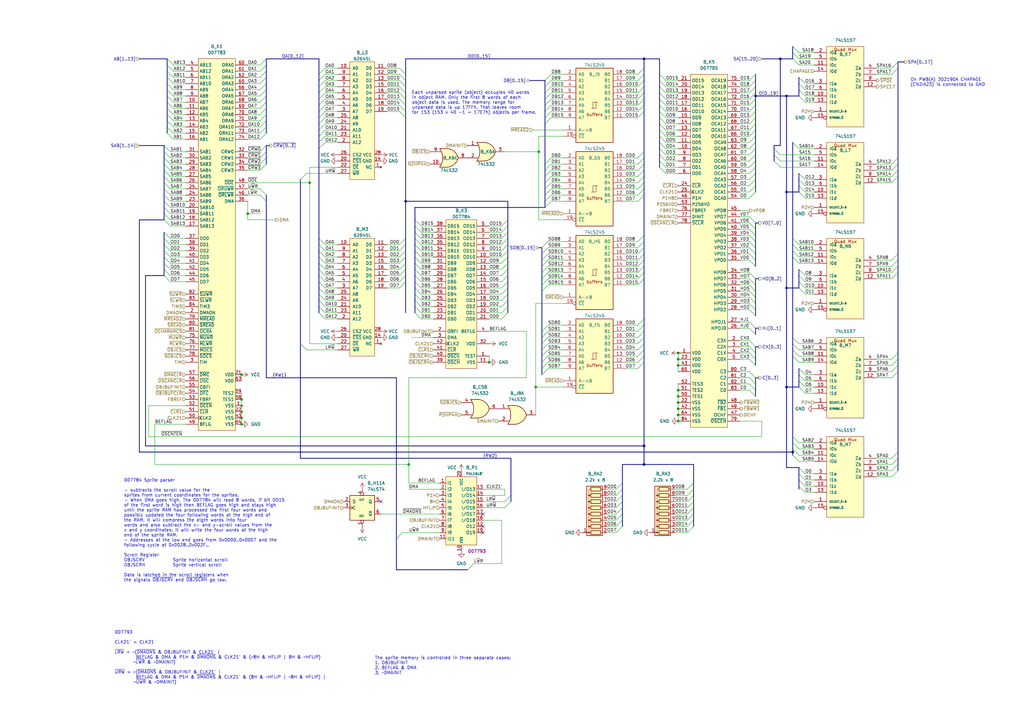
<source format=kicad_sch>
(kicad_sch (version 20231120) (generator "eeschema") (generator_version "8.0")
  (paper "A3")
  (title_block (title "Twin 16") (date "2024-09-08") (company "Konami GX687 / GX785") (comment 1 "Ulf Skutnabba, twitter: @skutis77"))
  (bus_alias "RW1" (members "U~{W}R" "L~{W}R"))
  (bus_alias "RW2" (members "UR~{W}" "LR~{W}"))
  (junction (at 167.64 190.5))
  (junction (at 309.88 39.37))
  (junction (at 166.37 82.55))
  (junction (at 278.13 167.64))
  (junction (at 264.16 24.13))
  (junction (at 278.13 144.78))
  (junction (at 99.06 166.37))
  (junction (at 99.06 171.45))
  (junction (at 325.12 185.42))
  (junction (at 127 74.93))
  (junction (at 278.13 165.1))
  (junction (at 278.13 149.86))
  (junction (at 278.13 162.56))
  (junction (at 99.06 173.99))
  (junction (at 278.13 147.32))
  (junction (at 264.16 182.88))
  (junction (at 322.58 158.75))
  (junction (at 278.13 170.18))
  (junction (at 219.71 158.75))
  (junction (at 264.16 190.5))
  (junction (at 320.04 24.13))
  (junction (at 278.13 160.02))
  (junction (at 99.06 153.67))
  (junction (at 278.13 172.72))
  (junction (at 322.58 39.37))
  (junction (at 220.98 62.23))
  (junction (at 99.06 168.91))
  (junction (at 200.66 148.59))
  (junction (at 322.58 78.74))
  (junction (at 99.06 163.83))
  (junction (at 322.58 118.11))
  (junction (at 101.6 87.63))
  (no_connect (at 156.21 205.74))
  (no_connect (at 198.12 210.82))
  (no_connect (at 198.12 215.9))
  (no_connect (at 198.12 218.44))
  (bus_entry (at 68.58 26.67) (size 2.54 2.54))
  (bus_entry (at 68.58 54.61) (size 2.54 2.54))
  (bus_entry (at 133.35 123.19) (size -2.54 -2.54))
  (bus_entry (at 264.16 148.59) (size -2.54 2.54))
  (bus_entry (at 252.73 218.44) (size 2.54 -2.54))
  (bus_entry (at 309.88 35.56) (size -2.54 2.54))
  (bus_entry (at 67.31 59.69) (size 2.54 2.54))
  (bus_entry (at 226.06 30.48) (size -2.54 2.54))
  (bus_entry (at 67.31 110.49) (size 2.54 2.54))
  (bus_entry (at 109.22 49.53) (size -2.54 2.54))
  (bus_entry (at 273.05 45.72) (size -2.54 -2.54))
  (bus_entry (at 309.88 73.66) (size -2.54 2.54))
  (bus_entry (at 172.72 95.25) (size -2.54 -2.54))
  (bus_entry (at 327.66 78.74) (size 2.54 2.54))
  (bus_entry (at 273.05 66.04) (size -2.54 -2.54))
  (bus_entry (at 264.16 101.6) (size -2.54 2.54))
  (bus_entry (at 67.31 107.95) (size 2.54 2.54))
  (bus_entry (at 133.35 105.41) (size -2.54 -2.54))
  (bus_entry (at 224.79 114.3) (size -2.54 2.54))
  (bus_entry (at 109.22 29.21) (size -2.54 2.54))
  (bus_entry (at 224.79 140.97) (size -2.54 2.54))
  (bus_entry (at 68.58 52.07) (size 2.54 2.54))
  (bus_entry (at 325.12 24.13) (size 2.54 2.54))
  (bus_entry (at 309.88 104.14) (size -2.54 -2.54))
  (bus_entry (at 68.58 29.21) (size 2.54 2.54))
  (bus_entry (at 67.31 64.77) (size 2.54 2.54))
  (bus_entry (at 309.88 114.3) (size -2.54 -2.54))
  (bus_entry (at 264.16 35.56) (size -2.54 2.54))
  (bus_entry (at 327.66 191.77) (size 2.54 2.54))
  (bus_entry (at 133.35 27.94) (size -2.54 2.54))
  (bus_entry (at 68.58 41.91) (size 2.54 2.54))
  (bus_entry (at 133.35 115.57) (size -2.54 -2.54))
  (bus_entry (at 368.3 69.85) (size -2.54 2.54))
  (bus_entry (at 109.22 54.61) (size -2.54 2.54))
  (bus_entry (at 133.35 107.95) (size -2.54 -2.54))
  (bus_entry (at 133.35 102.87) (size -2.54 -2.54))
  (bus_entry (at 368.3 185.42) (size -2.54 2.54))
  (bus_entry (at 281.94 213.36) (size 2.54 -2.54))
  (bus_entry (at 264.16 114.3) (size -2.54 2.54))
  (bus_entry (at 309.88 160.02) (size -2.54 -2.54))
  (bus_entry (at 309.88 33.02) (size -2.54 2.54))
  (bus_entry (at 368.3 72.39) (size -2.54 2.54))
  (bus_entry (at 166.37 115.57) (size -2.54 2.54))
  (bus_entry (at 133.35 100.33) (size -2.54 -2.54))
  (bus_entry (at 208.28 100.33) (size -2.54 2.54))
  (bus_entry (at 208.28 118.11) (size -2.54 2.54))
  (bus_entry (at 109.22 36.83) (size -2.54 2.54))
  (bus_entry (at 133.35 125.73) (size -2.54 -2.54))
  (bus_entry (at 368.3 67.31) (size -2.54 2.54))
  (bus_entry (at 125.73 143.51) (size -2.54 -2.54))
  (bus_entry (at 226.06 74.93) (size -2.54 2.54))
  (bus_entry (at 368.3 111.76) (size -2.54 2.54))
  (bus_entry (at 327.66 73.66) (size 2.54 2.54))
  (bus_entry (at 166.37 45.72) (size -2.54 -2.54))
  (bus_entry (at 67.31 74.93) (size 2.54 2.54))
  (bus_entry (at 325.12 19.05) (size 2.54 2.54))
  (bus_entry (at 368.3 27.94) (size -2.54 2.54))
  (bus_entry (at 226.06 45.72) (size -2.54 2.54))
  (bus_entry (at 208.28 128.27) (size -2.54 2.54))
  (bus_entry (at 264.16 104.14) (size -2.54 2.54))
  (bus_entry (at 264.16 133.35) (size -2.54 2.54))
  (bus_entry (at 264.16 40.64) (size -2.54 2.54))
  (bus_entry (at 252.73 213.36) (size 2.54 -2.54))
  (bus_entry (at 224.79 101.6) (size -2.54 2.54))
  (bus_entry (at 368.3 144.78) (size -2.54 2.54))
  (bus_entry (at 109.22 64.77) (size -2.54 2.54))
  (bus_entry (at 281.94 200.66) (size 2.54 -2.54))
  (bus_entry (at 208.28 107.95) (size -2.54 2.54))
  (bus_entry (at 224.79 143.51) (size -2.54 2.54))
  (bus_entry (at 172.72 125.73) (size -2.54 -2.54))
  (bus_entry (at 67.31 69.85) (size 2.54 2.54))
  (bus_entry (at 368.3 109.22) (size -2.54 2.54))
  (bus_entry (at 67.31 105.41) (size 2.54 2.54))
  (bus_entry (at 133.35 58.42) (size -2.54 2.54))
  (bus_entry (at 368.3 25.4) (size -2.54 2.54))
  (bus_entry (at 226.06 48.26) (size -2.54 2.54))
  (bus_entry (at 327.66 199.39) (size 2.54 2.54))
  (bus_entry (at 309.88 121.92) (size -2.54 -2.54))
  (bus_entry (at 166.37 97.79) (size -2.54 2.54))
  (bus_entry (at 133.35 38.1) (size -2.54 2.54))
  (bus_entry (at 273.05 33.02) (size -2.54 -2.54))
  (bus_entry (at 67.31 97.79) (size 2.54 2.54))
  (bus_entry (at 327.66 158.75) (size 2.54 2.54))
  (bus_entry (at 133.35 130.81) (size -2.54 -2.54))
  (bus_entry (at 327.66 151.13) (size 2.54 2.54))
  (bus_entry (at 208.28 125.73) (size -2.54 2.54))
  (bus_entry (at 264.16 74.93) (size -2.54 2.54))
  (bus_entry (at 264.16 146.05) (size -2.54 2.54))
  (bus_entry (at 166.37 48.26) (size -2.54 -2.54))
  (bus_entry (at 172.72 105.41) (size -2.54 -2.54))
  (bus_entry (at 68.58 39.37) (size 2.54 2.54))
  (bus_entry (at 166.37 113.03) (size -2.54 2.54))
  (bus_entry (at 172.72 113.03) (size -2.54 -2.54))
  (bus_entry (at 133.35 110.49) (size -2.54 -2.54))
  (bus_entry (at 226.06 67.31) (size -2.54 2.54))
  (bus_entry (at 309.88 78.74) (size -2.54 2.54))
  (bus_entry (at 208.28 95.25) (size -2.54 2.54))
  (bus_entry (at 67.31 87.63) (size 2.54 2.54))
  (bus_entry (at 133.35 40.64) (size -2.54 2.54))
  (bus_entry (at 325.12 100.33) (size 2.54 2.54))
  (bus_entry (at 327.66 196.85) (size 2.54 2.54))
  (bus_entry (at 368.3 152.4) (size -2.54 2.54))
  (bus_entry (at 208.28 90.17) (size -2.54 2.54))
  (bus_entry (at 273.05 58.42) (size -2.54 -2.54))
  (bus_entry (at 252.73 203.2) (size 2.54 -2.54))
  (bus_entry (at 325.12 179.07) (size 2.54 2.54))
  (bus_entry (at 264.16 143.51) (size -2.54 2.54))
  (bus_entry (at 273.05 53.34) (size -2.54 -2.54))
  (bus_entry (at 208.28 97.79) (size -2.54 2.54))
  (bus_entry (at 309.88 142.24) (size -2.54 -2.54))
  (bus_entry (at 309.88 119.38) (size -2.54 -2.54))
  (bus_entry (at 309.88 154.94) (size -2.54 -2.54))
  (bus_entry (at 309.88 116.84) (size -2.54 -2.54))
  (bus_entry (at 166.37 40.64) (size -2.54 -2.54))
  (bus_entry (at 172.72 128.27) (size -2.54 -2.54))
  (bus_entry (at 224.79 109.22) (size -2.54 2.54))
  (bus_entry (at 368.3 190.5) (size -2.54 2.54))
  (bus_entry (at 264.16 27.94) (size -2.54 2.54))
  (bus_entry (at 273.05 60.96) (size -2.54 -2.54))
  (bus_entry (at 325.12 138.43) (size 2.54 2.54))
  (bus_entry (at 273.05 68.58) (size -2.54 -2.54))
  (bus_entry (at 68.58 24.13) (size 2.54 2.54))
  (bus_entry (at 172.72 110.49) (size -2.54 -2.54))
  (bus_entry (at 67.31 80.01) (size 2.54 2.54))
  (bus_entry (at 133.35 33.02) (size -2.54 2.54))
  (bus_entry (at 309.88 50.8) (size -2.54 2.54))
  (bus_entry (at 327.66 153.67) (size 2.54 2.54))
  (bus_entry (at 264.16 43.18) (size -2.54 2.54))
  (bus_entry (at 109.22 62.23) (size -2.54 2.54))
  (bus_entry (at 309.88 71.12) (size -2.54 2.54))
  (bus_entry (at 133.35 128.27) (size -2.54 -2.54))
  (bus_entry (at 264.16 69.85) (size -2.54 2.54))
  (bus_entry (at 133.35 50.8) (size -2.54 2.54))
  (bus_entry (at 67.31 90.17) (size 2.54 2.54))
  (bus_entry (at 133.35 48.26) (size -2.54 2.54))
  (bus_entry (at 309.88 76.2) (size -2.54 2.54))
  (bus_entry (at 109.22 44.45) (size -2.54 2.54))
  (bus_entry (at 224.79 146.05) (size -2.54 2.54))
  (bus_entry (at 309.88 68.58) (size -2.54 2.54))
  (bus_entry (at 309.88 60.96) (size -2.54 2.54))
  (bus_entry (at 309.88 63.5) (size -2.54 2.54))
  (bus_entry (at 264.16 106.68) (size -2.54 2.54))
  (bus_entry (at 67.31 77.47) (size 2.54 2.54))
  (bus_entry (at 133.35 45.72) (size -2.54 2.54))
  (bus_entry (at 264.16 135.89) (size -2.54 2.54))
  (bus_entry (at 327.66 115.57) (size 2.54 2.54))
  (bus_entry (at 209.55 205.74) (size -2.54 2.54))
  (bus_entry (at 368.3 187.96) (size -2.54 2.54))
  (bus_entry (at 209.55 203.2) (size -2.54 2.54))
  (bus_entry (at 67.31 85.09) (size 2.54 2.54))
  (bus_entry (at 309.88 58.42) (size -2.54 2.54))
  (bus_entry (at 166.37 105.41) (size -2.54 2.54))
  (bus_entry (at 264.16 140.97) (size -2.54 2.54))
  (bus_entry (at 67.31 72.39) (size 2.54 2.54))
  (bus_entry (at 309.88 99.06) (size -2.54 -2.54))
  (bus_entry (at 224.79 106.68) (size -2.54 2.54))
  (bus_entry (at 325.12 143.51) (size 2.54 2.54))
  (bus_entry (at 368.3 147.32) (size -2.54 2.54))
  (bus_entry (at 172.72 120.65) (size -2.54 -2.54))
  (bus_entry (at 327.66 76.2) (size 2.54 2.54))
  (bus_entry (at 133.35 120.65) (size -2.54 -2.54))
  (bus_entry (at 224.79 148.59) (size -2.54 2.54))
  (bus_entry (at 67.31 62.23) (size 2.54 2.54))
  (bus_entry (at 264.16 45.72) (size -2.54 2.54))
  (bus_entry (at 226.06 38.1) (size -2.54 2.54))
  (bus_entry (at 226.06 72.39) (size -2.54 2.54))
  (bus_entry (at 264.16 109.22) (size -2.54 2.54))
  (bus_entry (at 264.16 67.31) (size -2.54 2.54))
  (bus_entry (at 273.05 63.5) (size -2.54 -2.54))
  (bus_entry (at 133.35 30.48) (size -2.54 2.54))
  (bus_entry (at 273.05 38.1) (size -2.54 -2.54))
  (bus_entry (at 226.06 64.77) (size -2.54 2.54))
  (bus_entry (at 252.73 210.82) (size 2.54 -2.54))
  (bus_entry (at 252.73 200.66) (size 2.54 -2.54))
  (bus_entry (at 224.79 104.14) (size -2.54 2.54))
  (bus_entry (at 208.28 115.57) (size -2.54 2.54))
  (bus_entry (at 226.06 35.56) (size -2.54 2.54))
  (bus_entry (at 224.79 116.84) (size -2.54 2.54))
  (bus_entry (at 172.72 97.79) (size -2.54 -2.54))
  (bus_entry (at 281.94 208.28) (size 2.54 -2.54))
  (bus_entry (at 264.16 38.1) (size -2.54 2.54))
  (bus_entry (at 166.37 100.33) (size -2.54 2.54))
  (bus_entry (at 309.88 124.46) (size -2.54 -2.54))
  (bus_entry (at 327.66 71.12) (size 2.54 2.54))
  (bus_entry (at 309.88 91.44) (size -2.54 -2.54))
  (bus_entry (at 325.12 58.42) (size 2.54 2.54))
  (bus_entry (at 133.35 53.34) (size -2.54 2.54))
  (bus_entry (at 67.31 95.25) (size 2.54 2.54))
  (bus_entry (at 224.79 135.89) (size -2.54 2.54))
  (bus_entry (at 166.37 102.87) (size -2.54 2.54))
  (bus_entry (at 166.37 107.95) (size -2.54 2.54))
  (bus_entry (at 325.12 140.97) (size 2.54 2.54))
  (bus_entry (at 166.37 43.18) (size -2.54 -2.54))
  (bus_entry (at 327.66 110.49) (size 2.54 2.54))
  (bus_entry (at 281.94 203.2) (size 2.54 -2.54))
  (bus_entry (at 67.31 100.33) (size 2.54 2.54))
  (bus_entry (at 281.94 210.82) (size 2.54 -2.54))
  (bus_entry (at 317.5 60.96) (size 2.54 2.54))
  (bus_entry (at 325.12 184.15) (size 2.54 2.54))
  (bus_entry (at 166.37 110.49) (size -2.54 2.54))
  (bus_entry (at 172.72 130.81) (size -2.54 -2.54))
  (bus_entry (at 309.88 109.22) (size -2.54 -2.54))
  (bus_entry (at 194.31 231.14) (size -2.54 2.54))
  (bus_entry (at 172.72 102.87) (size -2.54 -2.54))
  (bus_entry (at 226.06 80.01) (size -2.54 2.54))
  (bus_entry (at 264.16 96.52) (size -2.54 2.54))
  (bus_entry (at 327.66 31.75) (size 2.54 2.54))
  (bus_entry (at 109.22 31.75) (size -2.54 2.54))
  (bus_entry (at 264.16 130.81) (size -2.54 2.54))
  (bus_entry (at 309.88 129.54) (size -2.54 -2.54))
  (bus_entry (at 309.88 38.1) (size -2.54 2.54))
  (bus_entry (at 172.72 115.57) (size -2.54 -2.54))
  (bus_entry (at 68.58 36.83) (size 2.54 2.54))
  (bus_entry (at 252.73 205.74) (size 2.54 -2.54))
  (bus_entry (at 327.66 194.31) (size 2.54 2.54))
  (bus_entry (at 224.79 151.13) (size -2.54 2.54))
  (bus_entry (at 264.16 111.76) (size -2.54 2.54))
  (bus_entry (at 67.31 82.55) (size 2.54 2.54))
  (bus_entry (at 264.16 33.02) (size -2.54 2.54))
  (bus_entry (at 172.72 123.19) (size -2.54 -2.54))
  (bus_entry (at 309.88 106.68) (size -2.54 -2.54))
  (bus_entry (at 368.3 193.04) (size -2.54 2.54))
  (bus_entry (at 264.16 138.43) (size -2.54 2.54))
  (bus_entry (at 317.5 66.04) (size 2.54 2.54))
  (bus_entry (at 325.12 21.59) (size 2.54 2.54))
  (bus_entry (at 368.3 149.86) (size -2.54 2.54))
  (bus_entry (at 309.88 30.48) (size -2.54 2.54))
  (bus_entry (at 67.31 113.03) (size 2.54 2.54))
  (bus_entry (at 273.05 55.88) (size -2.54 -2.54))
  (bus_entry (at 172.72 107.95) (size -2.54 -2.54))
  (bus_entry (at 264.16 77.47) (size -2.54 2.54))
  (bus_entry (at 309.88 55.88) (size -2.54 2.54))
  (bus_entry (at 309.88 96.52) (size -2.54 -2.54))
  (bus_entry (at 273.05 35.56) (size -2.54 -2.54))
  (bus_entry (at 273.05 50.8) (size -2.54 -2.54))
  (bus_entry (at 281.94 218.44) (size 2.54 -2.54))
  (bus_entry (at 166.37 30.48) (size -2.54 -2.54))
  (bus_entry (at 309.88 53.34) (size -2.54 2.54))
  (bus_entry (at 109.22 59.69) (size -2.54 2.54))
  (bus_entry (at 309.88 134.62) (size -2.54 -2.54))
  (bus_entry (at 109.22 46.99) (size -2.54 2.54))
  (bus_entry (at 325.12 181.61) (size 2.54 2.54))
  (bus_entry (at 368.3 64.77) (size -2.54 2.54))
  (bus_entry (at 264.16 62.23) (size -2.54 2.54))
  (bus_entry (at 309.88 48.26) (size -2.54 2.54))
  (bus_entry (at 327.66 39.37) (size 2.54 2.54))
  (bus_entry (at 68.58 49.53) (size 2.54 2.54))
  (bus_entry (at 325.12 186.69) (size 2.54 2.54))
  (bus_entry (at 327.66 118.11) (size 2.54 2.54))
  (bus_entry (at 309.88 66.04) (size -2.54 2.54))
  (bus_entry (at 273.05 40.64) (size -2.54 -2.54))
  (bus_entry (at 309.88 127) (size -2.54 -2.54))
  (bus_entry (at 68.58 31.75) (size 2.54 2.54))
  (bus_entry (at 226.06 69.85) (size -2.54 2.54))
  (bus_entry (at 309.88 162.56) (size -2.54 -2.54))
  (bus_entry (at 309.88 101.6) (size -2.54 -2.54))
  (bus_entry (at 208.28 123.19) (size -2.54 2.54))
  (bus_entry (at 252.73 215.9) (size 2.54 -2.54))
  (bus_entry (at 67.31 102.87) (size 2.54 2.54))
  (bus_entry (at 224.79 99.06) (size -2.54 2.54))
  (bus_entry (at 325.12 102.87) (size 2.54 2.54))
  (bus_entry (at 273.05 71.12) (size -2.54 -2.54))
  (bus_entry (at 264.16 64.77) (size -2.54 2.54))
  (bus_entry (at 133.35 55.88) (size -2.54 2.54))
  (bus_entry (at 166.37 33.02) (size -2.54 -2.54))
  (bus_entry (at 208.28 110.49) (size -2.54 2.54))
  (bus_entry (at 264.16 80.01) (size -2.54 2.54))
  (bus_entry (at 309.88 149.86) (size -2.54 -2.54))
  (bus_entry (at 317.5 63.5) (size 2.54 2.54))
  (bus_entry (at 325.12 105.41) (size 2.54 2.54))
  (bus_entry (at 281.94 205.74) (size 2.54 -2.54))
  (bus_entry (at 208.28 92.71) (size -2.54 2.54))
  (bus_entry (at 133.35 118.11) (size -2.54 -2.54))
  (bus_entry (at 208.28 113.03) (size -2.54 2.54))
  (bus_entry (at 125.73 71.12) (size -2.54 2.54))
  (bus_entry (at 264.16 99.06) (size -2.54 2.54))
  (bus_entry (at 68.58 44.45) (size 2.54 2.54))
  (bus_entry (at 68.58 46.99) (size 2.54 2.54))
  (bus_entry (at 281.94 215.9) (size 2.54 -2.54))
  (bus_entry (at 224.79 111.76) (size -2.54 2.54))
  (bus_entry (at 109.22 24.13) (size -2.54 2.54))
  (bus_entry (at 133.35 113.03) (size -2.54 -2.54))
  (bus_entry (at 226.06 33.02) (size -2.54 2.54))
  (bus_entry (at 226.06 43.18) (size -2.54 2.54))
  (bus_entry (at 309.88 144.78) (size -2.54 -2.54))
  (bus_entry (at 309.88 40.64) (size -2.54 2.54))
  (bus_entry (at 109.22 82.55) (size -2.54 -2.54))
  (bus_entry (at 327.66 34.29) (size 2.54 2.54))
  (bus_entry (at 325.12 97.79) (size 2.54 2.54))
  (bus_entry (at 327.66 156.21) (size 2.54 2.54))
  (bus_entry (at 109.22 26.67) (size -2.54 2.54))
  (bus_entry (at 226.06 82.55) (size -2.54 2.54))
  (bus_entry (at 309.88 43.18) (size -2.54 2.54))
  (bus_entry (at 273.05 43.18) (size -2.54 -2.54))
  (bus_entry (at 224.79 138.43) (size -2.54 2.54))
  (bus_entry (at 264.16 72.39) (size -2.54 2.54))
  (bus_entry (at 109.22 41.91) (size -2.54 2.54))
  (bus_entry (at 166.37 38.1) (size -2.54 -2.54))
  (bus_entry (at 327.66 113.03) (size 2.54 2.54))
  (bus_entry (at 273.05 48.26) (size -2.54 -2.54))
  (bus_entry (at 67.31 67.31) (size 2.54 2.54))
  (bus_entry (at 165.1 218.44) (size -2.54 2.54))
  (bus_entry (at 109.22 39.37) (size -2.54 2.54))
  (bus_entry (at 208.28 120.65) (size -2.54 2.54))
  (bus_entry (at 309.88 157.48) (size -2.54 -2.54))
  (bus_entry (at 309.88 45.72) (size -2.54 2.54))
  (bus_entry (at 309.88 137.16) (size -2.54 -2.54))
  (bus_entry (at 172.72 118.11) (size -2.54 -2.54))
  (bus_entry (at 109.22 34.29) (size -2.54 2.54))
  (bus_entry (at 208.28 105.41) (size -2.54 2.54))
  (bus_entry (at 264.16 30.48) (size -2.54 2.54))
  (bus_entry (at 109.22 67.31) (size -2.54 2.54))
  (bus_entry (at 368.3 104.14) (size -2.54 2.54))
  (bus_entry (at 166.37 35.56) (size -2.54 -2.54))
  (bus_entry (at 226.06 40.64) (size -2.54 2.54))
  (bus_entry (at 309.88 93.98) (size -2.54 -2.54))
  (bus_entry (at 133.35 35.56) (size -2.54 2.54))
  (bus_entry (at 208.28 102.87) (size -2.54 2.54))
  (bus_entry (at 226.06 77.47) (size -2.54 2.54))
  (bus_entry (at 309.88 147.32) (size -2.54 -2.54))
  (bus_entry (at 325.12 146.05) (size 2.54 2.54))
  (bus_entry (at 327.66 36.83) (size 2.54 2.54))
  (bus_entry (at 109.22 80.01) (size -2.54 -2.54))
  (bus_entry (at 109.22 52.07) (size -2.54 2.54))
  (bus_entry (at 133.35 43.18) (size -2.54 2.54))
  (bus_entry (at 224.79 133.35) (size -2.54 2.54))
  (bus_entry (at 368.3 106.68) (size -2.54 2.54))
  (bus_entry (at 172.72 92.71) (size -2.54 -2.54))
  (bus_entry (at 68.58 34.29) (size 2.54 2.54))
  (bus_entry (at 252.73 208.28) (size 2.54 -2.54))
  (bus_entry (at 172.72 100.33) (size -2.54 -2.54))
  (bus (pts (xy 312.42 24.13) (xy 320.04 24.13)))
  (bus (pts (xy 270.51 30.48) (xy 270.51 24.13)))
  (wire (pts (xy 133.35 118.11) (xy 138.43 118.11)))
  (wire (pts (xy 224.79 143.51) (xy 231.14 143.51)))
  (bus (pts (xy 217.17 33.02) (xy 223.52 33.02)))
  (wire (pts (xy 273.05 35.56) (xy 278.13 35.56)))
  (bus (pts (xy 109.22 24.13) (xy 109.22 26.67)))
  (bus (pts (xy 309.88 144.78) (xy 309.88 142.24)))
  (bus (pts (xy 208.28 125.73) (xy 208.28 123.19)))
  (wire (pts (xy 256.54 77.47) (xy 261.62 77.47)))
  (bus (pts (xy 325.12 102.87) (xy 325.12 105.41)))
  (wire (pts (xy 273.05 33.02) (xy 278.13 33.02)))
  (wire (pts (xy 312.42 179.07) (xy 312.42 172.72)))
  (wire (pts (xy 69.85 85.09) (xy 76.2 85.09)))
  (bus (pts (xy 327.66 199.39) (xy 327.66 196.85)))
  (bus (pts (xy 166.37 100.33) (xy 166.37 102.87)))
  (wire (pts (xy 256.54 33.02) (xy 261.62 33.02)))
  (bus (pts (xy 368.3 104.14) (xy 368.3 106.68)))
  (wire (pts (xy 172.72 95.25) (xy 177.8 95.25)))
  (wire (pts (xy 303.53 144.78) (xy 307.34 144.78)))
  (wire (pts (xy 256.54 146.05) (xy 261.62 146.05)))
  (bus (pts (xy 208.28 128.27) (xy 208.28 125.73)))
  (wire (pts (xy 101.6 34.29) (xy 106.68 34.29)))
  (wire (pts (xy 330.2 199.39) (xy 334.01 199.39)))
  (wire (pts (xy 248.92 215.9) (xy 252.73 215.9)))
  (bus (pts (xy 223.52 77.47) (xy 223.52 80.01)))
  (wire (pts (xy 330.2 76.2) (xy 334.01 76.2)))
  (wire (pts (xy 158.75 33.02) (xy 163.83 33.02)))
  (bus (pts (xy 327.66 113.03) (xy 327.66 115.57)))
  (bus (pts (xy 309.88 66.04) (xy 309.88 68.58)))
  (wire (pts (xy 172.72 92.71) (xy 177.8 92.71)))
  (wire (pts (xy 256.54 133.35) (xy 261.62 133.35)))
  (wire (pts (xy 303.53 88.9) (xy 307.34 88.9)))
  (bus (pts (xy 309.88 149.86) (xy 309.88 147.32)))
  (bus (pts (xy 264.16 38.1) (xy 264.16 40.64)))
  (wire (pts (xy 133.35 123.19) (xy 138.43 123.19)))
  (bus (pts (xy 368.3 72.39) (xy 368.3 104.14)))
  (wire (pts (xy 330.2 201.93) (xy 334.01 201.93)))
  (wire (pts (xy 133.35 115.57) (xy 138.43 115.57)))
  (bus (pts (xy 223.52 50.8) (xy 223.52 67.31)))
  (wire (pts (xy 256.54 80.01) (xy 261.62 80.01)))
  (wire (pts (xy 303.53 106.68) (xy 307.34 106.68)))
  (wire (pts (xy 200.66 118.11) (xy 205.74 118.11)))
  (wire (pts (xy 200.66 120.65) (xy 205.74 120.65)))
  (wire (pts (xy 224.79 99.06) (xy 231.14 99.06)))
  (bus (pts (xy 67.31 67.31) (xy 67.31 64.77)))
  (wire (pts (xy 101.6 87.63) (xy 101.6 82.55)))
  (wire (pts (xy 207.01 200.66) (xy 207.01 203.2)))
  (wire (pts (xy 224.79 101.6) (xy 231.14 101.6)))
  (bus (pts (xy 123.19 140.97) (xy 123.19 187.96)))
  (bus (pts (xy 264.16 67.31) (xy 264.16 69.85)))
  (wire (pts (xy 172.72 107.95) (xy 177.8 107.95)))
  (wire (pts (xy 327.66 24.13) (xy 334.01 24.13)))
  (wire (pts (xy 327.66 140.97) (xy 334.01 140.97)))
  (wire (pts (xy 69.85 90.17) (xy 76.2 90.17)))
  (bus (pts (xy 67.31 77.47) (xy 67.31 74.93)))
  (wire (pts (xy 359.41 74.93) (xy 365.76 74.93)))
  (wire (pts (xy 327.66 100.33) (xy 334.01 100.33)))
  (bus (pts (xy 270.51 40.64) (xy 270.51 38.1)))
  (wire (pts (xy 226.06 77.47) (xy 231.14 77.47)))
  (wire (pts (xy 256.54 116.84) (xy 261.62 116.84)))
  (bus (pts (xy 325.12 179.07) (xy 325.12 181.61)))
  (wire (pts (xy 71.12 44.45) (xy 76.2 44.45)))
  (bus (pts (xy 130.81 53.34) (xy 130.81 50.8)))
  (wire (pts (xy 256.54 45.72) (xy 261.62 45.72)))
  (wire (pts (xy 359.41 109.22) (xy 365.76 109.22)))
  (bus (pts (xy 368.3 152.4) (xy 368.3 185.42)))
  (bus (pts (xy 130.81 43.18) (xy 130.81 40.64)))
  (wire (pts (xy 69.85 74.93) (xy 76.2 74.93)))
  (wire (pts (xy 256.54 30.48) (xy 261.62 30.48)))
  (bus (pts (xy 222.25 119.38) (xy 222.25 135.89)))
  (bus (pts (xy 208.28 92.71) (xy 208.28 90.17)))
  (wire (pts (xy 303.53 35.56) (xy 307.34 35.56)))
  (bus (pts (xy 166.37 24.13) (xy 166.37 30.48)))
  (wire (pts (xy 69.85 82.55) (xy 76.2 82.55)))
  (wire (pts (xy 330.2 39.37) (xy 334.01 39.37)))
  (bus (pts (xy 170.18 92.71) (xy 170.18 95.25)))
  (wire (pts (xy 248.92 210.82) (xy 252.73 210.82)))
  (bus (pts (xy 309.88 63.5) (xy 309.88 66.04)))
  (wire (pts (xy 224.79 151.13) (xy 231.14 151.13)))
  (bus (pts (xy 327.66 194.31) (xy 327.66 191.77)))
  (wire (pts (xy 172.72 130.81) (xy 177.8 130.81)))
  (bus (pts (xy 264.16 182.88) (xy 264.16 190.5)))
  (bus (pts (xy 166.37 97.79) (xy 166.37 100.33)))
  (wire (pts (xy 224.79 109.22) (xy 231.14 109.22)))
  (wire (pts (xy 69.85 69.85) (xy 76.2 69.85)))
  (wire (pts (xy 303.53 121.92) (xy 307.34 121.92)))
  (wire (pts (xy 226.06 30.48) (xy 231.14 30.48)))
  (wire (pts (xy 359.41 111.76) (xy 365.76 111.76)))
  (wire (pts (xy 307.34 86.36) (xy 303.53 86.36)))
  (wire (pts (xy 69.85 64.77) (xy 76.2 64.77)))
  (wire (pts (xy 359.41 190.5) (xy 365.76 190.5)))
  (wire (pts (xy 359.41 187.96) (xy 365.76 187.96)))
  (bus (pts (xy 222.25 101.6) (xy 222.25 104.14)))
  (bus (pts (xy 317.5 63.5) (xy 317.5 66.04)))
  (wire (pts (xy 330.2 73.66) (xy 334.01 73.66)))
  (wire (pts (xy 256.54 40.64) (xy 261.62 40.64)))
  (bus (pts (xy 67.31 100.33) (xy 67.31 102.87)))
  (bus (pts (xy 170.18 113.03) (xy 170.18 115.57)))
  (wire (pts (xy 256.54 48.26) (xy 261.62 48.26)))
  (bus (pts (xy 109.22 67.31) (xy 109.22 64.77)))
  (wire (pts (xy 273.05 50.8) (xy 278.13 50.8)))
  (wire (pts (xy 198.12 208.28) (xy 207.01 208.28)))
  (bus (pts (xy 223.52 33.02) (xy 223.52 35.56)))
  (bus (pts (xy 327.66 196.85) (xy 327.66 194.31)))
  (bus (pts (xy 322.58 78.74) (xy 322.58 118.11)))
  (bus (pts (xy 109.22 31.75) (xy 109.22 34.29)))
  (wire (pts (xy 101.6 74.93) (xy 127 74.93)))
  (wire (pts (xy 327.66 105.41) (xy 334.01 105.41)))
  (wire (pts (xy 158.75 35.56) (xy 163.83 35.56)))
  (bus (pts (xy 222.25 140.97) (xy 222.25 143.51)))
  (wire (pts (xy 273.05 38.1) (xy 278.13 38.1)))
  (bus (pts (xy 67.31 102.87) (xy 67.31 105.41)))
  (bus (pts (xy 327.66 71.12) (xy 327.66 73.66)))
  (bus (pts (xy 309.88 116.84) (xy 309.88 114.3)))
  (wire (pts (xy 303.53 127) (xy 307.34 127)))
  (wire (pts (xy 327.66 107.95) (xy 334.01 107.95)))
  (wire (pts (xy 276.86 208.28) (xy 281.94 208.28)))
  (wire (pts (xy 101.6 57.15) (xy 106.68 57.15)))
  (bus (pts (xy 130.81 125.73) (xy 130.81 123.19)))
  (bus (pts (xy 166.37 24.13) (xy 264.16 24.13)))
  (bus (pts (xy 284.48 205.74) (xy 284.48 203.2)))
  (bus (pts (xy 109.22 44.45) (xy 109.22 46.99)))
  (bus (pts (xy 109.22 64.77) (xy 109.22 62.23)))
  (bus (pts (xy 130.81 60.96) (xy 130.81 58.42)))
  (wire (pts (xy 226.06 35.56) (xy 231.14 35.56)))
  (wire (pts (xy 256.54 74.93) (xy 261.62 74.93)))
  (bus (pts (xy 130.81 58.42) (xy 130.81 55.88)))
  (bus (pts (xy 284.48 210.82) (xy 284.48 208.28)))
  (bus (pts (xy 309.88 30.48) (xy 309.88 33.02)))
  (bus (pts (xy 320.04 59.69) (xy 317.5 59.69)))
  (wire (pts (xy 256.54 64.77) (xy 261.62 64.77)))
  (wire (pts (xy 273.05 55.88) (xy 278.13 55.88)))
  (wire (pts (xy 303.53 116.84) (xy 307.34 116.84)))
  (wire (pts (xy 200.66 95.25) (xy 205.74 95.25)))
  (wire (pts (xy 327.66 186.69) (xy 334.01 186.69)))
  (bus (pts (xy 284.48 190.5) (xy 264.16 190.5)))
  (wire (pts (xy 303.53 45.72) (xy 307.34 45.72)))
  (wire (pts (xy 156.21 210.82) (xy 180.34 210.82)))
  (bus (pts (xy 327.66 76.2) (xy 327.66 78.74)))
  (wire (pts (xy 359.41 193.04) (xy 365.76 193.04)))
  (wire (pts (xy 71.12 57.15) (xy 76.2 57.15)))
  (wire (pts (xy 158.75 27.94) (xy 163.83 27.94)))
  (wire (pts (xy 327.66 148.59) (xy 334.01 148.59)))
  (bus (pts (xy 309.88 109.22) (xy 309.88 106.68)))
  (wire (pts (xy 99.06 161.29) (xy 99.06 163.83)))
  (wire (pts (xy 226.06 80.01) (xy 231.14 80.01)))
  (wire (pts (xy 226.06 38.1) (xy 231.14 38.1)))
  (wire (pts (xy 71.12 49.53) (xy 76.2 49.53)))
  (wire (pts (xy 256.54 43.18) (xy 261.62 43.18)))
  (bus (pts (xy 59.69 182.88) (xy 264.16 182.88)))
  (bus (pts (xy 264.16 80.01) (xy 264.16 96.52)))
  (bus (pts (xy 327.66 200.66) (xy 327.66 199.39)))
  (wire (pts (xy 167.64 198.12) (xy 180.34 198.12)))
  (wire (pts (xy 71.12 36.83) (xy 76.2 36.83)))
  (wire (pts (xy 330.2 158.75) (xy 334.01 158.75)))
  (wire (pts (xy 278.13 147.32) (xy 278.13 149.86)))
  (wire (pts (xy 303.53 101.6) (xy 307.34 101.6)))
  (wire (pts (xy 158.75 113.03) (xy 163.83 113.03)))
  (bus (pts (xy 67.31 107.95) (xy 67.31 110.49)))
  (bus (pts (xy 264.16 45.72) (xy 264.16 62.23)))
  (wire (pts (xy 133.35 38.1) (xy 138.43 38.1)))
  (bus (pts (xy 327.66 153.67) (xy 327.66 156.21)))
  (wire (pts (xy 303.53 33.02) (xy 307.34 33.02)))
  (bus (pts (xy 130.81 33.02) (xy 130.81 30.48)))
  (wire (pts (xy 359.41 106.68) (xy 365.76 106.68)))
  (wire (pts (xy 172.72 115.57) (xy 177.8 115.57)))
  (bus (pts (xy 223.52 69.85) (xy 223.52 72.39)))
  (wire (pts (xy 71.12 31.75) (xy 76.2 31.75)))
  (wire (pts (xy 303.53 50.8) (xy 307.34 50.8)))
  (bus (pts (xy 166.37 105.41) (xy 166.37 107.95)))
  (bus (pts (xy 223.52 48.26) (xy 223.52 50.8)))
  (wire (pts (xy 320.04 63.5) (xy 334.01 63.5)))
  (bus (pts (xy 322.58 158.75) (xy 322.58 118.11)))
  (bus (pts (xy 68.58 41.91) (xy 68.58 39.37)))
  (bus (pts (xy 222.25 143.51) (xy 222.25 146.05)))
  (wire (pts (xy 133.35 100.33) (xy 138.43 100.33)))
  (wire (pts (xy 303.53 114.3) (xy 307.34 114.3)))
  (bus (pts (xy 325.12 21.59) (xy 325.12 24.13)))
  (bus (pts (xy 222.25 151.13) (xy 222.25 153.67)))
  (wire (pts (xy 359.41 69.85) (xy 365.76 69.85)))
  (wire (pts (xy 256.54 135.89) (xy 261.62 135.89)))
  (bus (pts (xy 327.66 156.21) (xy 327.66 158.75)))
  (bus (pts (xy 170.18 95.25) (xy 170.18 97.79)))
  (bus (pts (xy 67.31 90.17) (xy 67.31 87.63)))
  (wire (pts (xy 69.85 62.23) (xy 76.2 62.23)))
  (wire (pts (xy 220.98 62.23) (xy 220.98 55.88)))
  (bus (pts (xy 68.58 34.29) (xy 68.58 31.75)))
  (bus (pts (xy 322.58 191.77) (xy 322.58 158.75)))
  (wire (pts (xy 167.64 190.5) (xy 167.64 198.12)))
  (wire (pts (xy 101.6 87.63) (xy 106.68 87.63)))
  (bus (pts (xy 327.66 34.29) (xy 327.66 36.83)))
  (wire (pts (xy 101.6 31.75) (xy 106.68 31.75)))
  (wire (pts (xy 224.79 148.59) (xy 231.14 148.59)))
  (wire (pts (xy 200.66 113.03) (xy 205.74 113.03)))
  (bus (pts (xy 67.31 74.93) (xy 67.31 72.39)))
  (bus (pts (xy 191.77 233.68) (xy 162.56 233.68)))
  (bus (pts (xy 109.22 39.37) (xy 109.22 41.91)))
  (bus (pts (xy 284.48 203.2) (xy 284.48 200.66)))
  (wire (pts (xy 133.35 33.02) (xy 138.43 33.02)))
  (bus (pts (xy 166.37 40.64) (xy 166.37 43.18)))
  (bus (pts (xy 284.48 200.66) (xy 284.48 198.12)))
  (wire (pts (xy 101.6 46.99) (xy 106.68 46.99)))
  (bus (pts (xy 309.88 45.72) (xy 309.88 48.26)))
  (wire (pts (xy 200.66 128.27) (xy 205.74 128.27)))
  (bus (pts (xy 309.88 142.24) (xy 311.15 142.24)))
  (bus (pts (xy 309.88 93.98) (xy 309.88 91.44)))
  (wire (pts (xy 99.06 153.67) (xy 99.06 156.21)))
  (wire (pts (xy 320.04 66.04) (xy 334.01 66.04)))
  (bus (pts (xy 67.31 72.39) (xy 67.31 69.85)))
  (wire (pts (xy 101.6 26.67) (xy 106.68 26.67)))
  (wire (pts (xy 133.35 53.34) (xy 138.43 53.34)))
  (wire (pts (xy 330.2 41.91) (xy 334.01 41.91)))
  (bus (pts (xy 170.18 85.09) (xy 223.52 85.09)))
  (bus (pts (xy 57.15 185.42) (xy 325.12 185.42)))
  (wire (pts (xy 200.66 100.33) (xy 205.74 100.33)))
  (wire (pts (xy 69.85 115.57) (xy 76.2 115.57)))
  (wire (pts (xy 69.85 87.63) (xy 76.2 87.63)))
  (bus (pts (xy 309.88 35.56) (xy 309.88 38.1)))
  (wire (pts (xy 327.66 184.15) (xy 334.01 184.15)))
  (wire (pts (xy 359.41 152.4) (xy 365.76 152.4)))
  (bus (pts (xy 208.28 90.17) (xy 208.28 82.55)))
  (wire (pts (xy 69.85 107.95) (xy 76.2 107.95)))
  (bus (pts (xy 309.88 160.02) (xy 309.88 157.48)))
  (bus (pts (xy 322.58 118.11) (xy 327.66 118.11)))
  (wire (pts (xy 198.12 200.66) (xy 207.01 200.66)))
  (wire (pts (xy 101.6 69.85) (xy 106.68 69.85)))
  (wire (pts (xy 256.54 138.43) (xy 261.62 138.43)))
  (wire (pts (xy 226.06 48.26) (xy 231.14 48.26)))
  (bus (pts (xy 264.16 77.47) (xy 264.16 80.01)))
  (bus (pts (xy 67.31 113.03) (xy 59.69 113.03)))
  (bus (pts (xy 109.22 24.13) (xy 130.81 24.13)))
  (bus (pts (xy 270.51 43.18) (xy 270.51 40.64)))
  (wire (pts (xy 158.75 102.87) (xy 163.83 102.87)))
  (bus (pts (xy 309.88 124.46) (xy 309.88 121.92)))
  (wire (pts (xy 69.85 77.47) (xy 76.2 77.47)))
  (bus (pts (xy 264.16 27.94) (xy 264.16 24.13)))
  (bus (pts (xy 68.58 52.07) (xy 68.58 49.53)))
  (bus (pts (xy 368.3 109.22) (xy 368.3 111.76)))
  (wire (pts (xy 172.72 110.49) (xy 177.8 110.49)))
  (wire (pts (xy 133.35 107.95) (xy 138.43 107.95)))
  (bus (pts (xy 368.3 67.31) (xy 368.3 69.85)))
  (wire (pts (xy 303.53 78.74) (xy 307.34 78.74)))
  (wire (pts (xy 215.9 154.94) (xy 167.64 154.94)))
  (wire (pts (xy 63.5 190.5) (xy 167.64 190.5)))
  (bus (pts (xy 284.48 215.9) (xy 284.48 213.36)))
  (wire (pts (xy 71.12 26.67) (xy 76.2 26.67)))
  (bus (pts (xy 325.12 138.43) (xy 325.12 140.97)))
  (wire (pts (xy 303.53 73.66) (xy 307.34 73.66)))
  (wire (pts (xy 224.79 111.76) (xy 231.14 111.76)))
  (bus (pts (xy 284.48 208.28) (xy 284.48 205.74)))
  (bus (pts (xy 368.3 27.94) (xy 368.3 64.77)))
  (wire (pts (xy 71.12 29.21) (xy 76.2 29.21)))
  (bus (pts (xy 270.51 50.8) (xy 270.51 48.26)))
  (wire (pts (xy 303.53 68.58) (xy 307.34 68.58)))
  (wire (pts (xy 278.13 162.56) (xy 278.13 165.1)))
  (bus (pts (xy 264.16 138.43) (xy 264.16 140.97)))
  (wire (pts (xy 226.06 72.39) (xy 231.14 72.39)))
  (wire (pts (xy 200.66 105.41) (xy 205.74 105.41)))
  (wire (pts (xy 158.75 40.64) (xy 163.83 40.64)))
  (wire (pts (xy 359.41 72.39) (xy 365.76 72.39)))
  (bus (pts (xy 327.66 73.66) (xy 327.66 76.2)))
  (bus (pts (xy 223.52 74.93) (xy 223.52 77.47)))
  (wire (pts (xy 101.6 36.83) (xy 106.68 36.83)))
  (bus (pts (xy 309.88 73.66) (xy 309.88 76.2)))
  (wire (pts (xy 226.06 45.72) (xy 231.14 45.72)))
  (wire (pts (xy 101.6 80.01) (xy 106.68 80.01)))
  (wire (pts (xy 276.86 205.74) (xy 281.94 205.74)))
  (bus (pts (xy 327.66 115.57) (xy 327.66 118.11)))
  (bus (pts (xy 222.25 135.89) (xy 222.25 138.43)))
  (bus (pts (xy 309.88 127) (xy 309.88 124.46)))
  (wire (pts (xy 198.12 205.74) (xy 207.01 205.74)))
  (bus (pts (xy 222.25 116.84) (xy 222.25 119.38)))
  (wire (pts (xy 303.53 40.64) (xy 307.34 40.64)))
  (bus (pts (xy 255.27 200.66) (xy 255.27 198.12)))
  (bus (pts (xy 255.27 198.12) (xy 255.27 190.5)))
  (wire (pts (xy 127 140.97) (xy 138.43 140.97)))
  (wire (pts (xy 71.12 46.99) (xy 76.2 46.99)))
  (bus (pts (xy 264.16 109.22) (xy 264.16 111.76)))
  (wire (pts (xy 205.74 231.14) (xy 205.74 213.36)))
  (bus (pts (xy 264.16 104.14) (xy 264.16 106.68)))
  (wire (pts (xy 320.04 68.58) (xy 334.01 68.58)))
  (wire (pts (xy 125.73 71.12) (xy 138.43 71.12)))
  (wire (pts (xy 219.71 124.46) (xy 231.14 124.46)))
  (bus (pts (xy 109.22 62.23) (xy 109.22 59.69)))
  (wire (pts (xy 133.35 55.88) (xy 138.43 55.88)))
  (bus (pts (xy 130.81 45.72) (xy 130.81 43.18)))
  (bus (pts (xy 270.51 60.96) (xy 270.51 58.42)))
  (bus (pts (xy 368.3 106.68) (xy 368.3 109.22)))
  (bus (pts (xy 309.88 99.06) (xy 309.88 96.52)))
  (bus (pts (xy 170.18 110.49) (xy 170.18 113.03)))
  (bus (pts (xy 170.18 102.87) (xy 170.18 105.41)))
  (wire (pts (xy 248.92 213.36) (xy 252.73 213.36)))
  (bus (pts (xy 264.16 62.23) (xy 264.16 64.77)))
  (bus (pts (xy 109.22 26.67) (xy 109.22 29.21)))
  (wire (pts (xy 101.6 67.31) (xy 106.68 67.31)))
  (wire (pts (xy 218.44 53.34) (xy 231.14 53.34)))
  (bus (pts (xy 222.25 146.05) (xy 222.25 148.59)))
  (bus (pts (xy 166.37 82.55) (xy 166.37 97.79)))
  (bus (pts (xy 223.52 72.39) (xy 223.52 74.93)))
  (bus (pts (xy 264.16 43.18) (xy 264.16 45.72)))
  (wire (pts (xy 276.86 218.44) (xy 281.94 218.44)))
  (wire (pts (xy 248.92 208.28) (xy 252.73 208.28)))
  (bus (pts (xy 264.16 130.81) (xy 264.16 133.35)))
  (wire (pts (xy 172.72 113.03) (xy 177.8 113.03)))
  (bus (pts (xy 130.81 55.88) (xy 130.81 53.34)))
  (bus (pts (xy 130.81 107.95) (xy 130.81 105.41)))
  (wire (pts (xy 330.2 81.28) (xy 334.01 81.28)))
  (wire (pts (xy 101.6 77.47) (xy 106.68 77.47)))
  (wire (pts (xy 224.79 114.3) (xy 231.14 114.3)))
  (bus (pts (xy 166.37 45.72) (xy 166.37 48.26)))
  (bus (pts (xy 130.81 118.11) (xy 130.81 115.57)))
  (wire (pts (xy 273.05 58.42) (xy 278.13 58.42)))
  (bus (pts (xy 309.88 154.94) (xy 311.15 154.94)))
  (bus (pts (xy 222.25 106.68) (xy 222.25 109.22)))
  (bus (pts (xy 67.31 69.85) (xy 67.31 67.31)))
  (bus (pts (xy 327.66 191.77) (xy 322.58 191.77)))
  (wire (pts (xy 303.53 38.1) (xy 307.34 38.1)))
  (bus (pts (xy 270.51 55.88) (xy 270.51 53.34)))
  (wire (pts (xy 276.86 200.66) (xy 281.94 200.66)))
  (bus (pts (xy 67.31 80.01) (xy 67.31 77.47)))
  (wire (pts (xy 273.05 45.72) (xy 278.13 45.72)))
  (bus (pts (xy 68.58 39.37) (xy 68.58 36.83)))
  (wire (pts (xy 133.35 110.49) (xy 138.43 110.49)))
  (wire (pts (xy 303.53 119.38) (xy 307.34 119.38)))
  (wire (pts (xy 133.35 27.94) (xy 138.43 27.94)))
  (bus (pts (xy 255.27 208.28) (xy 255.27 205.74)))
  (wire (pts (xy 224.79 138.43) (xy 231.14 138.43)))
  (wire (pts (xy 303.53 99.06) (xy 307.34 99.06)))
  (bus (pts (xy 284.48 198.12) (xy 284.48 190.5)))
  (wire (pts (xy 276.86 203.2) (xy 281.94 203.2)))
  (bus (pts (xy 162.56 233.68) (xy 162.56 220.98)))
  (wire (pts (xy 71.12 54.61) (xy 76.2 54.61)))
  (wire (pts (xy 278.13 157.48) (xy 278.13 160.02)))
  (bus (pts (xy 264.16 101.6) (xy 264.16 104.14)))
  (wire (pts (xy 99.06 166.37) (xy 99.06 168.91)))
  (bus (pts (xy 325.12 100.33) (xy 325.12 102.87)))
  (bus (pts (xy 264.16 35.56) (xy 264.16 38.1)))
  (wire (pts (xy 69.85 100.33) (xy 76.2 100.33)))
  (bus (pts (xy 170.18 97.79) (xy 170.18 100.33)))
  (bus (pts (xy 264.16 182.88) (xy 264.16 148.59)))
  (wire (pts (xy 303.53 160.02) (xy 307.34 160.02)))
  (wire (pts (xy 256.54 99.06) (xy 261.62 99.06)))
  (wire (pts (xy 359.41 67.31) (xy 365.76 67.31)))
  (wire (pts (xy 133.35 128.27) (xy 138.43 128.27)))
  (wire (pts (xy 273.05 43.18) (xy 278.13 43.18)))
  (wire (pts (xy 133.35 102.87) (xy 138.43 102.87)))
  (bus (pts (xy 320.04 24.13) (xy 320.04 59.69)))
  (wire (pts (xy 330.2 118.11) (xy 334.01 118.11)))
  (wire (pts (xy 167.64 200.66) (xy 180.34 200.66)))
  (bus (pts (xy 270.51 63.5) (xy 270.51 60.96)))
  (wire (pts (xy 327.66 21.59) (xy 334.01 21.59)))
  (bus (pts (xy 170.18 85.09) (xy 170.18 90.17)))
  (wire (pts (xy 172.72 123.19) (xy 177.8 123.19)))
  (bus (pts (xy 109.22 34.29) (xy 109.22 36.83)))
  (bus (pts (xy 130.81 97.79) (xy 130.81 100.33)))
  (bus (pts (xy 309.88 60.96) (xy 309.88 63.5)))
  (wire (pts (xy 330.2 78.74) (xy 334.01 78.74)))
  (bus (pts (xy 166.37 113.03) (xy 166.37 115.57)))
  (bus (pts (xy 109.22 46.99) (xy 109.22 49.53)))
  (wire (pts (xy 256.54 143.51) (xy 261.62 143.51)))
  (bus (pts (xy 109.22 59.69) (xy 110.49 59.69)))
  (wire (pts (xy 69.85 97.79) (xy 76.2 97.79)))
  (wire (pts (xy 256.54 38.1) (xy 261.62 38.1)))
  (wire (pts (xy 278.13 160.02) (xy 278.13 162.56)))
  (bus (pts (xy 309.88 55.88) (xy 309.88 58.42)))
  (wire (pts (xy 330.2 156.21) (xy 334.01 156.21)))
  (wire (pts (xy 278.13 144.78) (xy 278.13 147.32)))
  (wire (pts (xy 330.2 120.65) (xy 334.01 120.65)))
  (wire (pts (xy 200.66 102.87) (xy 205.74 102.87)))
  (wire (pts (xy 224.79 104.14) (xy 231.14 104.14)))
  (wire (pts (xy 219.71 158.75) (xy 219.71 170.18)))
  (bus (pts (xy 130.81 100.33) (xy 130.81 102.87)))
  (bus (pts (xy 209.55 205.74) (xy 209.55 203.2)))
  (bus (pts (xy 208.28 107.95) (xy 208.28 105.41)))
  (wire (pts (xy 273.05 48.26) (xy 278.13 48.26)))
  (bus (pts (xy 264.16 64.77) (xy 264.16 67.31)))
  (wire (pts (xy 226.06 82.55) (xy 231.14 82.55)))
  (bus (pts (xy 309.88 137.16) (xy 309.88 134.62)))
  (bus (pts (xy 109.22 49.53) (xy 109.22 52.07)))
  (bus (pts (xy 322.58 39.37) (xy 327.66 39.37)))
  (bus (pts (xy 223.52 45.72) (xy 223.52 48.26)))
  (wire (pts (xy 172.72 100.33) (xy 177.8 100.33)))
  (bus (pts (xy 130.81 105.41) (xy 130.81 102.87)))
  (bus (pts (xy 67.31 97.79) (xy 67.31 100.33)))
  (wire (pts (xy 200.66 92.71) (xy 205.74 92.71)))
  (bus (pts (xy 309.88 129.54) (xy 309.88 127)))
  (wire (pts (xy 226.06 69.85) (xy 231.14 69.85)))
  (wire (pts (xy 200.66 97.79) (xy 205.74 97.79)))
  (bus (pts (xy 264.16 30.48) (xy 264.16 33.02)))
  (bus (pts (xy 255.27 210.82) (xy 255.27 208.28)))
  (wire (pts (xy 172.72 120.65) (xy 177.8 120.65)))
  (bus (pts (xy 68.58 46.99) (xy 68.58 44.45)))
  (wire (pts (xy 101.6 87.63) (xy 101.6 90.17)))
  (bus (pts (xy 67.31 64.77) (xy 67.31 62.23)))
  (bus (pts (xy 109.22 154.94) (xy 162.56 154.94)))
  (wire (pts (xy 101.6 44.45) (xy 106.68 44.45)))
  (bus (pts (xy 309.88 33.02) (xy 309.88 35.56)))
  (bus (pts (xy 109.22 82.55) (xy 109.22 80.01)))
  (wire (pts (xy 256.54 35.56) (xy 261.62 35.56)))
  (wire (pts (xy 303.53 48.26) (xy 307.34 48.26)))
  (wire (pts (xy 273.05 53.34) (xy 278.13 53.34)))
  (wire (pts (xy 101.6 54.61) (xy 106.68 54.61)))
  (bus (pts (xy 109.22 36.83) (xy 109.22 39.37)))
  (wire (pts (xy 133.35 45.72) (xy 138.43 45.72)))
  (bus (pts (xy 223.52 80.01) (xy 223.52 82.55)))
  (wire (pts (xy 278.13 167.64) (xy 278.13 170.18)))
  (wire (pts (xy 200.66 125.73) (xy 205.74 125.73)))
  (bus (pts (xy 325.12 24.13) (xy 320.04 24.13)))
  (wire (pts (xy 330.2 196.85) (xy 334.01 196.85)))
  (wire (pts (xy 69.85 67.31) (xy 76.2 67.31)))
  (wire (pts (xy 303.53 93.98) (xy 307.34 93.98)))
  (bus (pts (xy 109.22 29.21) (xy 109.22 31.75)))
  (wire (pts (xy 359.41 147.32) (xy 365.76 147.32)))
  (bus (pts (xy 130.81 60.96) (xy 130.81 97.79)))
  (wire (pts (xy 200.66 146.05) (xy 200.66 148.59)))
  (bus (pts (xy 208.28 110.49) (xy 208.28 107.95)))
  (bus (pts (xy 67.31 85.09) (xy 67.31 82.55)))
  (bus (pts (xy 309.88 114.3) (xy 311.15 114.3)))
  (wire (pts (xy 158.75 43.18) (xy 163.83 43.18)))
  (wire (pts (xy 198.12 203.2) (xy 207.01 203.2)))
  (bus (pts (xy 68.58 49.53) (xy 68.58 46.99)))
  (wire (pts (xy 71.12 41.91) (xy 76.2 41.91)))
  (bus (pts (xy 170.18 90.17) (xy 170.18 92.71)))
  (bus (pts (xy 222.25 104.14) (xy 222.25 106.68)))
  (wire (pts (xy 224.79 135.89) (xy 231.14 135.89)))
  (bus (pts (xy 170.18 118.11) (xy 170.18 120.65)))
  (wire (pts (xy 256.54 109.22) (xy 261.62 109.22)))
  (bus (pts (xy 170.18 125.73) (xy 170.18 128.27)))
  (bus (pts (xy 223.52 43.18) (xy 223.52 45.72)))
  (wire (pts (xy 69.85 72.39) (xy 76.2 72.39)))
  (bus (pts (xy 255.27 190.5) (xy 264.16 190.5)))
  (wire (pts (xy 168.91 138.43) (xy 177.8 138.43)))
  (wire (pts (xy 303.53 172.72) (xy 312.42 172.72)))
  (wire (pts (xy 248.92 205.74) (xy 252.73 205.74)))
  (bus (pts (xy 309.88 91.44) (xy 311.15 91.44)))
  (bus (pts (xy 264.16 72.39) (xy 264.16 74.93)))
  (bus (pts (xy 309.88 121.92) (xy 309.88 119.38)))
  (wire (pts (xy 71.12 39.37) (xy 76.2 39.37)))
  (bus (pts (xy 264.16 69.85) (xy 264.16 72.39)))
  (bus (pts (xy 67.31 82.55) (xy 67.31 80.01)))
  (bus (pts (xy 170.18 115.57) (xy 170.18 118.11)))
  (wire (pts (xy 224.79 106.68) (xy 231.14 106.68)))
  (wire (pts (xy 303.53 81.28) (xy 307.34 81.28)))
  (bus (pts (xy 264.16 140.97) (xy 264.16 143.51)))
  (bus (pts (xy 109.22 41.91) (xy 109.22 44.45)))
  (wire (pts (xy 71.12 52.07) (xy 76.2 52.07)))
  (wire (pts (xy 99.06 163.83) (xy 99.06 166.37)))
  (wire (pts (xy 303.53 124.46) (xy 307.34 124.46)))
  (bus (pts (xy 325.12 185.42) (xy 325.12 186.69)))
  (wire (pts (xy 71.12 34.29) (xy 76.2 34.29)))
  (wire (pts (xy 248.92 203.2) (xy 252.73 203.2)))
  (wire (pts (xy 303.53 139.7) (xy 307.34 139.7)))
  (bus (pts (xy 325.12 146.05) (xy 325.12 179.07)))
  (wire (pts (xy 226.06 33.02) (xy 231.14 33.02)))
  (wire (pts (xy 219.71 158.75) (xy 231.14 158.75)))
  (bus (pts (xy 130.81 38.1) (xy 130.81 35.56)))
  (bus (pts (xy 208.28 102.87) (xy 208.28 100.33)))
  (bus (pts (xy 264.16 27.94) (xy 264.16 30.48)))
  (bus (pts (xy 270.51 45.72) (xy 270.51 43.18)))
  (bus (pts (xy 270.51 66.04) (xy 270.51 63.5)))
  (bus (pts (xy 264.16 74.93) (xy 264.16 77.47)))
  (bus (pts (xy 368.3 69.85) (xy 368.3 72.39)))
  (bus (pts (xy 130.81 120.65) (xy 130.81 118.11)))
  (bus (pts (xy 264.16 111.76) (xy 264.16 114.3)))
  (wire (pts (xy 303.53 147.32) (xy 307.34 147.32)))
  (bus (pts (xy 264.16 40.64) (xy 264.16 43.18)))
  (wire (pts (xy 327.66 181.61) (xy 334.01 181.61)))
  (bus (pts (xy 325.12 184.15) (xy 325.12 185.42)))
  (bus (pts (xy 222.25 114.3) (xy 222.25 116.84)))
  (bus (pts (xy 270.51 35.56) (xy 270.51 33.02)))
  (bus (pts (xy 67.31 95.25) (xy 67.31 97.79)))
  (wire (pts (xy 224.79 140.97) (xy 231.14 140.97)))
  (wire (pts (xy 138.43 68.58) (xy 127 68.58)))
  (wire (pts (xy 278.13 165.1) (xy 278.13 167.64)))
  (bus (pts (xy 264.16 33.02) (xy 264.16 35.56)))
  (bus (pts (xy 270.51 48.26) (xy 270.51 45.72)))
  (wire (pts (xy 226.06 43.18) (xy 231.14 43.18)))
  (bus (pts (xy 309.88 96.52) (xy 309.88 93.98)))
  (bus (pts (xy 57.15 90.17) (xy 57.15 185.42)))
  (wire (pts (xy 101.6 62.23) (xy 106.68 62.23)))
  (wire (pts (xy 327.66 143.51) (xy 334.01 143.51)))
  (wire (pts (xy 158.75 107.95) (xy 163.83 107.95)))
  (bus (pts (xy 130.81 128.27) (xy 130.81 125.73)))
  (wire (pts (xy 133.35 48.26) (xy 138.43 48.26)))
  (wire (pts (xy 60.96 166.37) (xy 60.96 179.07)))
  (wire (pts (xy 273.05 60.96) (xy 278.13 60.96)))
  (bus (pts (xy 264.16 133.35) (xy 264.16 135.89)))
  (wire (pts (xy 133.35 35.56) (xy 138.43 35.56)))
  (bus (pts (xy 166.37 115.57) (xy 166.37 128.27)))
  (bus (pts (xy 170.18 107.95) (xy 170.18 110.49)))
  (wire (pts (xy 303.53 111.76) (xy 307.34 111.76)))
  (wire (pts (xy 158.75 115.57) (xy 163.83 115.57)))
  (wire (pts (xy 330.2 34.29) (xy 334.01 34.29)))
  (wire (pts (xy 172.72 97.79) (xy 177.8 97.79)))
  (wire (pts (xy 327.66 26.67) (xy 334.01 26.67)))
  (bus (pts (xy 209.55 187.96) (xy 123.19 187.96)))
  (wire (pts (xy 303.53 132.08) (xy 307.34 132.08)))
  (wire (pts (xy 69.85 113.03) (xy 76.2 113.03)))
  (wire (pts (xy 256.54 106.68) (xy 261.62 106.68)))
  (bus (pts (xy 322.58 158.75) (xy 327.66 158.75)))
  (wire (pts (xy 327.66 102.87) (xy 334.01 102.87)))
  (wire (pts (xy 133.35 30.48) (xy 138.43 30.48)))
  (wire (pts (xy 101.6 29.21) (xy 106.68 29.21)))
  (wire (pts (xy 133.35 50.8) (xy 138.43 50.8)))
  (bus (pts (xy 309.88 43.18) (xy 309.88 45.72)))
  (wire (pts (xy 215.9 135.89) (xy 215.9 154.94)))
  (bus (pts (xy 57.15 59.69) (xy 67.31 59.69)))
  (bus (pts (xy 255.27 213.36) (xy 255.27 210.82)))
  (wire (pts (xy 200.66 110.49) (xy 205.74 110.49)))
  (wire (pts (xy 101.6 52.07) (xy 106.68 52.07)))
  (bus (pts (xy 325.12 97.79) (xy 325.12 100.33)))
  (wire (pts (xy 303.53 76.2) (xy 307.34 76.2)))
  (bus (pts (xy 170.18 100.33) (xy 170.18 102.87)))
  (wire (pts (xy 172.72 102.87) (xy 177.8 102.87)))
  (wire (pts (xy 200.66 135.89) (xy 215.9 135.89)))
  (bus (pts (xy 130.81 48.26) (xy 130.81 45.72)))
  (bus (pts (xy 123.19 73.66) (xy 123.19 140.97)))
  (bus (pts (xy 264.16 143.51) (xy 264.16 146.05)))
  (bus (pts (xy 170.18 120.65) (xy 170.18 123.19)))
  (wire (pts (xy 359.41 30.48) (xy 365.76 30.48)))
  (wire (pts (xy 278.13 149.86) (xy 278.13 152.4)))
  (wire (pts (xy 330.2 194.31) (xy 334.01 194.31)))
  (bus (pts (xy 166.37 107.95) (xy 166.37 110.49)))
  (bus (pts (xy 264.16 96.52) (xy 264.16 99.06)))
  (bus (pts (xy 68.58 44.45) (xy 68.58 41.91)))
  (wire (pts (xy 220.98 62.23) (xy 220.98 90.17)))
  (bus (pts (xy 309.88 106.68) (xy 309.88 104.14)))
  (bus (pts (xy 325.12 140.97) (xy 325.12 143.51)))
  (wire (pts (xy 256.54 114.3) (xy 261.62 114.3)))
  (bus (pts (xy 327.66 31.75) (xy 327.66 34.29)))
  (bus (pts (xy 67.31 90.17) (xy 57.15 90.17)))
  (bus (pts (xy 309.88 71.12) (xy 309.88 73.66)))
  (wire (pts (xy 276.86 213.36) (xy 281.94 213.36)))
  (wire (pts (xy 158.75 110.49) (xy 163.83 110.49)))
  (bus (pts (xy 327.66 36.83) (xy 327.66 39.37)))
  (wire (pts (xy 158.75 100.33) (xy 163.83 100.33)))
  (wire (pts (xy 303.53 71.12) (xy 307.34 71.12)))
  (bus (pts (xy 208.28 120.65) (xy 208.28 118.11)))
  (bus (pts (xy 264.16 106.68) (xy 264.16 109.22)))
  (bus (pts (xy 109.22 82.55) (xy 109.22 154.94)))
  (wire (pts (xy 273.05 68.58) (xy 278.13 68.58)))
  (wire (pts (xy 69.85 80.01) (xy 76.2 80.01)))
  (bus (pts (xy 322.58 39.37) (xy 322.58 78.74)))
  (wire (pts (xy 226.06 74.93) (xy 231.14 74.93)))
  (wire (pts (xy 303.53 152.4) (xy 307.34 152.4)))
  (wire (pts (xy 256.54 151.13) (xy 261.62 151.13)))
  (wire (pts (xy 101.6 64.77) (xy 106.68 64.77)))
  (wire (pts (xy 276.86 210.82) (xy 281.94 210.82)))
  (wire (pts (xy 273.05 71.12) (xy 278.13 71.12)))
  (wire (pts (xy 224.79 133.35) (xy 231.14 133.35)))
  (wire (pts (xy 330.2 36.83) (xy 334.01 36.83)))
  (bus (pts (xy 270.51 33.02) (xy 270.51 30.48)))
  (wire (pts (xy 256.54 104.14) (xy 261.62 104.14)))
  (bus (pts (xy 166.37 35.56) (xy 166.37 38.1)))
  (bus (pts (xy 270.51 53.34) (xy 270.51 50.8)))
  (bus (pts (xy 309.88 48.26) (xy 309.88 50.8)))
  (wire (pts (xy 273.05 40.64) (xy 278.13 40.64)))
  (wire (pts (xy 220.98 62.23) (xy 207.01 62.23)))
  (wire (pts (xy 60.96 179.07) (xy 312.42 179.07)))
  (bus (pts (xy 57.15 24.13) (xy 68.58 24.13)))
  (bus (pts (xy 309.88 162.56) (xy 309.88 160.02)))
  (bus (pts (xy 170.18 123.19) (xy 170.18 125.73)))
  (wire (pts (xy 303.53 66.04) (xy 307.34 66.04)))
  (wire (pts (xy 63.5 173.99) (xy 63.5 190.5)))
  (wire (pts (xy 224.79 116.84) (xy 231.14 116.84)))
  (wire (pts (xy 133.35 113.03) (xy 138.43 113.03)))
  (bus (pts (xy 368.3 25.4) (xy 370.84 25.4)))
  (bus (pts (xy 166.37 30.48) (xy 166.37 33.02)))
  (wire (pts (xy 165.1 218.44) (xy 180.34 218.44)))
  (bus (pts (xy 322.58 39.37) (xy 309.88 39.37)))
  (bus (pts (xy 67.31 110.49) (xy 67.31 113.03)))
  (wire (pts (xy 133.35 58.42) (xy 138.43 58.42)))
  (bus (pts (xy 208.28 123.19) (xy 208.28 120.65)))
  (wire (pts (xy 359.41 195.58) (xy 365.76 195.58)))
  (bus (pts (xy 309.88 147.32) (xy 309.88 144.78)))
  (wire (pts (xy 158.75 30.48) (xy 163.83 30.48)))
  (wire (pts (xy 359.41 27.94) (xy 365.76 27.94)))
  (bus (pts (xy 209.55 203.2) (xy 209.55 187.96)))
  (bus (pts (xy 166.37 48.26) (xy 166.37 82.55)))
  (bus (pts (xy 208.28 95.25) (xy 208.28 92.71)))
  (bus (pts (xy 208.28 105.41) (xy 208.28 102.87)))
  (wire (pts (xy 226.06 67.31) (xy 231.14 67.31)))
  (wire (pts (xy 172.72 105.41) (xy 177.8 105.41)))
  (wire (pts (xy 219.71 158.75) (xy 219.71 124.46)))
  (bus (pts (xy 325.12 19.05) (xy 325.12 21.59)))
  (bus (pts (xy 309.88 38.1) (xy 309.88 39.37)))
  (wire (pts (xy 125.73 143.51) (xy 138.43 143.51)))
  (wire (pts (xy 273.05 66.04) (xy 278.13 66.04)))
  (bus (pts (xy 309.88 58.42) (xy 309.88 60.96)))
  (wire (pts (xy 231.14 90.17) (xy 220.98 90.17)))
  (wire (pts (xy 133.35 43.18) (xy 138.43 43.18)))
  (bus (pts (xy 59.69 113.03) (xy 59.69 182.88)))
  (bus (pts (xy 368.3 185.42) (xy 368.3 187.96)))
  (wire (pts (xy 273.05 63.5) (xy 278.13 63.5)))
  (bus (pts (xy 68.58 29.21) (xy 68.58 26.67)))
  (bus (pts (xy 130.81 115.57) (xy 130.81 113.03)))
  (bus (pts (xy 270.51 24.13) (xy 264.16 24.13)))
  (wire (pts (xy 256.54 140.97) (xy 261.62 140.97)))
  (bus (pts (xy 130.81 30.48) (xy 130.81 24.13)))
  (wire (pts (xy 200.66 130.81) (xy 205.74 130.81)))
  (wire (pts (xy 69.85 102.87) (xy 76.2 102.87)))
  (bus (pts (xy 130.81 35.56) (xy 130.81 33.02)))
  (bus (pts (xy 309.88 134.62) (xy 311.15 134.62)))
  (wire (pts (xy 303.53 142.24) (xy 307.34 142.24)))
  (bus (pts (xy 130.81 50.8) (xy 130.81 48.26)))
  (wire (pts (xy 200.66 115.57) (xy 205.74 115.57)))
  (wire (pts (xy 256.54 67.31) (xy 261.62 67.31)))
  (bus (pts (xy 325.12 105.41) (xy 325.12 138.43)))
  (bus (pts (xy 162.56 154.94) (xy 162.56 220.98)))
  (wire (pts (xy 226.06 64.77) (xy 231.14 64.77)))
  (wire (pts (xy 330.2 153.67) (xy 334.01 153.67)))
  (wire (pts (xy 172.72 128.27) (xy 177.8 128.27)))
  (wire (pts (xy 172.72 125.73) (xy 177.8 125.73)))
  (bus (pts (xy 309.88 40.64) (xy 309.88 43.18)))
  (bus (pts (xy 223.52 38.1) (xy 223.52 40.64)))
  (wire (pts (xy 256.54 101.6) (xy 261.62 101.6)))
  (wire (pts (xy 127 74.93) (xy 127 140.97)))
  (wire (pts (xy 194.31 231.14) (xy 205.74 231.14)))
  (bus (pts (xy 270.51 58.42) (xy 270.51 55.88)))
  (bus (pts (xy 166.37 43.18) (xy 166.37 45.72)))
  (bus (pts (xy 222.25 148.59) (xy 222.25 151.13)))
  (bus (pts (xy 208.28 82.55) (xy 166.37 82.55)))
  (wire (pts (xy 248.92 218.44) (xy 252.73 218.44)))
  (bus (pts (xy 68.58 31.75) (xy 68.58 29.21)))
  (bus (pts (xy 309.88 104.14) (xy 309.88 101.6)))
  (wire (pts (xy 303.53 96.52) (xy 307.34 96.52)))
  (bus (pts (xy 368.3 187.96) (xy 368.3 190.5)))
  (bus (pts (xy 166.37 110.49) (xy 166.37 113.03)))
  (bus (pts (xy 264.16 99.06) (xy 264.16 101.6)))
  (bus (pts (xy 68.58 36.83) (xy 68.58 34.29)))
  (bus (pts (xy 264.16 135.89) (xy 264.16 138.43)))
  (bus (pts (xy 130.81 110.49) (xy 130.81 107.95)))
  (wire (pts (xy 158.75 105.41) (xy 163.83 105.41)))
  (bus (pts (xy 270.51 68.58) (xy 270.51 66.04)))
  (bus (pts (xy 166.37 38.1) (xy 166.37 40.64)))
  (wire (pts (xy 327.66 189.23) (xy 334.01 189.23)))
  (bus (pts (xy 368.3 149.86) (xy 368.3 152.4)))
  (wire (pts (xy 276.86 215.9) (xy 281.94 215.9)))
  (wire (pts (xy 330.2 113.03) (xy 334.01 113.03)))
  (wire (pts (xy 256.54 111.76) (xy 261.62 111.76)))
  (bus (pts (xy 264.16 114.3) (xy 264.16 130.81)))
  (wire (pts (xy 256.54 69.85) (xy 261.62 69.85)))
  (wire (pts (xy 303.53 43.18) (xy 307.34 43.18)))
  (wire (pts (xy 101.6 90.17) (xy 113.03 90.17)))
  (wire (pts (xy 359.41 114.3) (xy 365.76 114.3)))
  (wire (pts (xy 158.75 38.1) (xy 163.83 38.1)))
  (wire (pts (xy 327.66 60.96) (xy 334.01 60.96)))
  (bus (pts (xy 309.88 101.6) (xy 309.88 99.06)))
  (bus (pts (xy 368.3 25.4) (xy 368.3 27.94)))
  (wire (pts (xy 60.96 166.37) (xy 76.2 166.37)))
  (bus (pts (xy 166.37 33.02) (xy 166.37 35.56)))
  (bus (pts (xy 309.88 39.37) (xy 309.88 40.64)))
  (bus (pts (xy 255.27 205.74) (xy 255.27 203.2)))
  (bus (pts (xy 208.28 118.11) (xy 208.28 115.57)))
  (bus (pts (xy 130.81 40.64) (xy 130.81 38.1)))
  (bus (pts (xy 317.5 59.69) (xy 317.5 60.96)))
  (bus (pts (xy 223.52 40.64) (xy 223.52 43.18)))
  (bus (pts (xy 368.3 190.5) (xy 368.3 193.04)))
  (wire (pts (xy 359.41 154.94) (xy 365.76 154.94)))
  (bus (pts (xy 166.37 102.87) (xy 166.37 105.41)))
  (bus (pts (xy 284.48 213.36) (xy 284.48 210.82)))
  (bus (pts (xy 322.58 78.74) (xy 327.66 78.74)))
  (bus (pts (xy 327.66 110.49) (xy 327.66 113.03)))
  (wire (pts (xy 133.35 120.65) (xy 138.43 120.65)))
  (bus (pts (xy 368.3 147.32) (xy 368.3 149.86)))
  (wire (pts (xy 330.2 161.29) (xy 334.01 161.29)))
  (bus (pts (xy 223.52 35.56) (xy 223.52 38.1)))
  (wire (pts (xy 133.35 125.73) (xy 138.43 125.73)))
  (bus (pts (xy 208.28 115.57) (xy 208.28 113.03)))
  (bus (pts (xy 170.18 105.41) (xy 170.18 107.95)))
  (bus (pts (xy 68.58 54.61) (xy 68.58 52.07)))
  (bus (pts (xy 208.28 97.79) (xy 208.28 95.25)))
  (wire (pts (xy 69.85 92.71) (xy 76.2 92.71)))
  (wire (pts (xy 226.06 40.64) (xy 231.14 40.64)))
  (wire (pts (xy 163.83 118.11) (xy 158.75 118.11)))
  (wire (pts (xy 101.6 39.37) (xy 106.68 39.37)))
  (bus (pts (xy 67.31 62.23) (xy 67.31 59.69)))
  (bus (pts (xy 270.51 38.1) (xy 270.51 35.56)))
  (wire (pts (xy 99.06 168.91) (xy 99.06 171.45)))
  (wire (pts (xy 248.92 200.66) (xy 252.73 200.66)))
  (wire (pts (xy 220.98 55.88) (xy 231.14 55.88)))
  (bus (pts (xy 208.28 113.03) (xy 208.28 110.49)))
  (bus (pts (xy 309.88 119.38) (xy 309.88 116.84)))
  (bus (pts (xy 327.66 151.13) (xy 327.66 153.67)))
  (wire (pts (xy 133.35 40.64) (xy 138.43 40.64)))
  (wire (pts (xy 200.66 107.95) (xy 205.74 107.95)))
  (wire (pts (xy 256.54 82.55) (xy 261.62 82.55)))
  (wire (pts (xy 330.2 115.57) (xy 334.01 115.57)))
  (wire (pts (xy 69.85 110.49) (xy 76.2 110.49)))
  (bus (pts (xy 368.3 111.76) (xy 368.3 144.78)))
  (bus (pts (xy 368.3 64.77) (xy 368.3 67.31)))
  (wire (pts (xy 303.53 104.14) (xy 307.34 104.14)))
  (wire (pts (xy 359.41 149.86) (xy 365.76 149.86)))
  (bus (pts (xy 309.88 157.48) (xy 309.88 154.94)))
  (wire (pts (xy 278.13 170.18) (xy 278.13 172.72)))
  (bus (pts (xy 130.81 113.03) (xy 130.81 110.49)))
  (wire (pts (xy 69.85 105.41) (xy 76.2 105.41)))
  (wire (pts (xy 303.53 53.34) (xy 307.34 53.34)))
  (wire (pts (xy 63.5 173.99) (xy 76.2 173.99)))
  (bus (pts (xy 222.25 111.76) (xy 222.25 114.3)))
  (wire (pts (xy 200.66 123.19) (xy 205.74 123.19)))
  (wire (pts (xy 303.53 134.62) (xy 307.34 134.62)))
  (wire (pts (xy 303.53 58.42) (xy 307.34 58.42)))
  (wire (pts (xy 133.35 130.81) (xy 138.43 130.81)))
  (bus (pts (xy 309.88 53.34) (xy 309.88 55.88)))
  (wire (pts (xy 256.54 148.59) (xy 261.62 148.59)))
  (bus (pts (xy 325.12 181.61) (xy 325.12 184.15)))
  (bus (pts (xy 309.88 50.8) (xy 309.88 53.34)))
  (bus (pts (xy 223.52 82.55) (xy 223.52 85.09)))
  (wire (pts (xy 133.35 105.41) (xy 138.43 105.41)))
  (wire (pts (xy 101.6 41.91) (xy 106.68 41.91)))
  (bus (pts (xy 368.3 144.78) (xy 368.3 147.32)))
  (bus (pts (xy 68.58 26.67) (xy 68.58 24.13)))
  (wire (pts (xy 172.72 118.11) (xy 177.8 118.11)))
  (bus (pts (xy 255.27 215.9) (xy 255.27 213.36)))
  (wire (pts (xy 205.74 213.36) (xy 198.12 213.36)))
  (bus (pts (xy 220.98 101.6) (xy 222.25 101.6)))
  (wire (pts (xy 303.53 154.94) (xy 307.34 154.94)))
  (bus (pts (xy 67.31 105.41) (xy 67.31 107.95)))
  (bus (pts (xy 130.81 123.19) (xy 130.81 120.65)))
  (bus (pts (xy 309.88 76.2) (xy 309.88 78.74)))
  (wire (pts (xy 99.06 171.45) (xy 99.06 173.99)))
  (bus (pts (xy 309.88 68.58) (xy 309.88 71.12)))
  (wire (pts (xy 101.6 49.53) (xy 106.68 49.53)))
  (bus (pts (xy 223.52 67.31) (xy 223.52 69.85)))
  (wire (pts (xy 303.53 157.48) (xy 307.34 157.48)))
  (bus (pts (xy 264.16 146.05) (xy 264.16 148.59)))
  (wire (pts (xy 303.53 60.96) (xy 307.34 60.96)))
  (wire (pts (xy 167.64 154.94) (xy 167.64 190.5)))
  (bus (pts (xy 325.12 143.51) (xy 325.12 146.05)))
  (bus (pts (xy 325.12 58.42) (xy 325.12 97.79)))
  (wire (pts (xy 327.66 146.05) (xy 334.01 146.05)))
  (wire (pts (xy 303.53 55.88) (xy 307.34 55.88)))
  (wire (pts (xy 303.53 91.44) (xy 307.34 91.44)))
  (bus (pts (xy 222.25 109.22) (xy 222.25 111.76)))
  (bus (pts (xy 67.31 87.63) (xy 67.31 85.09)))
  (bus (pts (xy 109.22 52.07) (xy 109.22 54.61)))
  (wire (pts (xy 158.75 45.72) (xy 163.83 45.72)))
  (bus (pts (xy 222.25 138.43) (xy 222.25 140.97)))
  (wire (pts (xy 256.54 72.39) (xy 261.62 72.39)))
  (wire (pts (xy 303.53 63.5) (xy 307.34 63.5)))
  (bus (pts (xy 255.27 203.2) (xy 255.27 200.66)))
  (bus (pts (xy 317.5 60.96) (xy 317.5 63.5)))
  (wire (pts (xy 224.79 146.05) (xy 231.14 146.05)))
  (bus (pts (xy 208.28 100.33) (xy 208.28 97.79)))
  (wire (pts (xy 127 68.58) (xy 127 74.93)))
  (text "The sprite memory is controlled in three separate cases:\n1. OBJBUFINIT\n2. BEFLAG & DMA\n3. ~DMAINIT" (at 153.67 276.86 0) (effects (font (size 1.27 1.27)) (justify left bottom)))
  (text "007793\n\nCLK21' = CLK21\n\n~{LRW} = ~(~{DMAONS} & OBJBUFINIT & CLK21' |\n         BEFLAG & DMA & P1H & ~{DMAONS} & CLK21' & (~8H & HFLIP | 8H & ~HFLIP)\n	   ~~{LWR} & ~DMAINIT)\n\n~{URW} = ~(~{DMAONS} & OBJBUFINIT & CLK21' |\n	    BEFLAG & DMA & P1H & ~{DMAONS} & CLK21' & (8H & ~HFLIP | ~8H & HFLIP) |\n        ~~{UWR} & ~DMAINIT)" (at 46.99 280.67 0) (effects (font (size 1.27 1.27)) (justify left bottom)))
  (text "Each unparsed sprite (object) occupies 40 words\nin object RAM. Only the first 8 words of each\nobject data is used. The memory range for\nunparsed data is up 17FFh. That leaves room\nfor 153 (153 x 40 -1 = 17E7h) objects per frame." (at 168.91 46.99 0) (effects (font (size 1.27 1.27)) (justify left bottom)))
  (text "007784 Sprite parser\n\n- subtracts the scroll value for the\nsprites from current coordinates for the sprites.\n- When DMA goes high. The 007784 will read 8 words, if bit OD15\nof the first word is high then BEFLAG goes high and stays high\nuntil the sprite RAM has processed the first four words and\npossibly updated the four following words at the high end of\nthe RAM. It will compress the eigth words into four\nwords and also subtract the x- and y-scroll values from the\nx and y coordinates. It will write the four words at the high\nend of the sprite RAM.\n- Addresses at the low end goes from 0x0000..0x0007 and the\nfollowing cycle at 0x0028..0x002F..\n\nScroll Register\nOBJSCRV			Sprite horizontal scroll\nOBJSCRH			Sprite vertical scroll\n\nData is latched in the scroll registers when\nthe signals ~{OBJSCRV} and ~{OBJSCRH} go low.\n" (at 50.8 238.76 0) (effects (font (size 1.27 1.27)) (justify left bottom)))
  (text "On PWB(A) 302190A CHAPAGE \n(CN2:A23) is connected to GND" (at 373.38 35.56 0) (effects (font (size 1.27 1.27)) (justify left bottom)))
  (label "OD2" (at 69.85 102.87 0))
  (label "OD6" (at 256.54 80.01 0))
  (label "OD8" (at 158.75 27.94 0))
  (label "SPA2" (at 359.41 193.04 0))
  (label "~{OOE}" (at 101.6 74.93 0))
  (label "AB6" (at 71.12 44.45 0))
  (label "SAB8" (at 69.85 80.01 0))
  (label "O15" (at 303.53 43.18 0))
  (label "DB14" (at 172.72 95.25 0))
  (label "SDB8" (at 224.79 99.06 0))
  (label "DB11" (at 172.72 102.87 0))
  (label "SPA11" (at 359.41 114.3 0))
  (label "L~{W}R" (at 194.31 231.14 0))
  (label "OD3" (at 200.66 123.19 0))
  (label "OA4" (at 133.35 38.1 0))
  (label "~{CRW3}" (at 101.6 69.85 0))
  (label "VD2" (at 303.53 101.6 0))
  (label "OD5" (at 256.54 77.47 0))
  (label "OD12" (at 158.75 38.1 0))
  (label "DMA" (at 167.64 200.66 0))
  (label "DB0" (at 172.72 130.81 0))
  (label "SAB6" (at 328.93 140.97 0))
  (label "SPA8" (at 359.41 106.68 0))
  (label "OD1" (at 69.85 100.33 0))
  (label "O13" (at 330.2 76.2 0))
  (label "SAB11" (at 69.85 87.63 0))
  (label "SA15" (at 327.66 63.5 0))
  (label "OD0" (at 256.54 64.77 0))
  (label "SPA6" (at 359.41 152.4 0))
  (label "OD1" (at 248.92 203.2 0))
  (label "AB3" (at 71.12 52.07 0))
  (label "OD13" (at 276.86 213.36 0))
  (label "OD15" (at 276.86 218.44 0))
  (label "DB1" (at 226.06 67.31 0))
  (label "VD3" (at 303.53 99.06 0))
  (label "OD1" (at 200.66 128.27 0))
  (label "O18" (at 303.53 35.56 0))
  (label "OA4" (at 101.6 36.83 0))
  (label "HD3" (at 303.53 124.46 0))
  (label "OA1" (at 101.6 29.21 0))
  (label "SAB5" (at 328.93 189.23 0))
  (label "SA18" (at 328.93 21.59 0))
  (label "OD10" (at 273.05 45.72 0))
  (label "OD7" (at 248.92 218.44 0))
  (label "SPA5" (at 359.41 149.86 0))
  (label "VD6" (at 303.53 91.44 0))
  (label "SDB3" (at 224.79 140.97 0))
  (label "BEFLAG" (at 200.66 135.89 0))
  (label "SPA4" (at 359.41 147.32 0))
  (label "C1" (at 303.53 157.48 0))
  (label "OD4" (at 256.54 74.93 0))
  (label "SPA3" (at 359.41 195.58 0))
  (label "OA12" (at 101.6 57.15 0))
  (label "O8" (at 303.53 60.96 0))
  (label "U~{W}R" (at 167.64 218.44 0))
  (label "OD2" (at 256.54 138.43 0))
  (label "OD1" (at 256.54 135.89 0))
  (label "DB11" (at 226.06 38.1 0))
  (label "DB13" (at 226.06 43.18 0))
  (label "HD7" (at 303.53 114.3 0))
  (label "O7" (at 303.53 63.5 0))
  (label "O10" (at 330.2 118.11 0))
  (label "OA11" (at 133.35 128.27 0))
  (label "DB9" (at 226.06 33.02 0))
  (label "OD2" (at 200.66 125.73 0))
  (label "O2" (at 330.2 199.39 0))
  (label "OD11" (at 256.54 38.1 0))
  (label "SPA12" (at 359.41 67.31 0))
  (label "SDB6" (at 224.79 148.59 0))
  (label "OD10" (at 256.54 104.14 0))
  (label "SDB9" (at 224.79 101.6 0))
  (label "OD14" (at 200.66 95.25 0))
  (label "O5" (at 330.2 156.21 0))
  (label "O8" (at 330.2 113.03 0))
  (label "OD3" (at 248.92 208.28 0))
  (label "OD6" (at 69.85 113.03 0))
  (label "DB8" (at 172.72 110.49 0))
  (label "HD5" (at 303.53 119.38 0))
  (label "DB5" (at 226.06 77.47 0))
  (label "OD7" (at 256.54 82.55 0))
  (label "OD9" (at 256.54 33.02 0))
  (label "OD1" (at 273.05 68.58 0))
  (label "O12" (at 303.53 50.8 0))
  (label "OA5" (at 133.35 113.03 0))
  (label "O1" (at 330.2 196.85 0))
  (label "HD8" (at 303.53 111.76 0))
  (label "OA8" (at 133.35 120.65 0))
  (label "OD8" (at 276.86 200.66 0))
  (label "SA19" (at 327.66 24.13 0))
  (label "C3" (at 303.53 152.4 0))
  (label "OA11" (at 101.6 54.61 0))
  (label "OA6" (at 133.35 43.18 0))
  (label "SAB3" (at 328.93 184.15 0))
  (label "OD8" (at 273.05 50.8 0))
  (label "OA10" (at 133.35 125.73 0))
  (label "OD15" (at 256.54 116.84 0))
  (label "O11" (at 330.2 120.65 0))
  (label "SDB14" (at 224.79 114.3 0))
  (label "DB4" (at 226.06 74.93 0))
  (label "SDB2" (at 224.79 138.43 0))
  (label "OD6" (at 273.05 55.88 0))
  (label "SPA10" (at 359.41 111.76 0))
  (label "DB3" (at 226.06 72.39 0))
  (label "OD5" (at 273.05 58.42 0))
  (label "SAB2" (at 69.85 64.77 0))
  (label "HJ0" (at 303.53 134.62 0))
  (label "O15" (at 330.2 81.28 0))
  (label "HD2" (at 303.53 127 0))
  (label "SA16" (at 327.66 66.04 0))
  (label "OD0" (at 200.66 130.81 0))
  (label "CX1" (at 303.53 142.24 0))
  (label "OA2" (at 101.6 31.75 0))
  (label "SPA1" (at 359.41 190.5 0))
  (label "OD1" (at 163.83 102.87 180))
  (label "DB12" (at 226.06 40.64 0))
  (label "SAB3" (at 69.85 67.31 0))
  (label "DB8" (at 226.06 30.48 0))
  (label "DB2" (at 226.06 69.85 0))
  (label "O0" (at 330.2 194.31 0))
  (label "O13" (at 303.53 48.26 0))
  (label "OD11" (at 158.75 35.56 0))
  (label "DB10" (at 226.06 35.56 0))
  (label "OD10" (at 200.66 105.41 0))
  (label "OD13" (at 273.05 38.1 0))
  (label "AB1" (at 71.12 57.15 0))
  (label "OD3" (at 69.85 105.41 0))
  (label "OD11" (at 276.86 208.28 0))
  (label "DB6" (at 226.06 80.01 0))
  (label "UR~{W}" (at 199.39 208.28 0))
  (label "OD8" (at 256.54 30.48 0))
  (label "OD4" (at 200.66 120.65 0))
  (label "OA10" (at 133.35 53.34 0))
  (label "OA2" (at 133.35 105.41 0))
  (label "OA0" (at 133.35 100.33 0))
  (label "OD14" (at 276.86 215.9 0))
  (label "SDB15" (at 224.79 116.84 0))
  (label "CX2" (at 303.53 144.78 0))
  (label "SAB10" (at 327.66 100.33 0))
  (label "OD0" (at 273.05 71.12 0))
  (label "DB13" (at 172.72 97.79 0))
  (label "OD14" (at 273.05 35.56 0))
  (label "O3" (at 303.53 73.66 0))
  (label "OD5" (at 69.85 110.49 0))
  (label "OA7" (at 101.6 44.45 0))
  (label "DB10" (at 172.72 105.41 0))
  (label "AB9" (at 71.12 36.83 0))
  (label "HJ1" (at 303.53 132.08 0))
  (label "SPA14" (at 359.41 72.39 0))
  (label "C2" (at 303.53 154.94 0))
  (label "OD11" (at 256.54 106.68 0))
  (label "SDB5" (at 224.79 146.05 0))
  (label "BEFLAG" (at 171.45 198.12 0))
  (label "O3" (at 330.2 201.93 0))
  (label "DMA" (at 172.72 138.43 0))
  (label "HD4" (at 303.53 121.92 0))
  (label "AB5" (at 71.12 46.99 0))
  (label "SPA7" (at 359.41 154.94 0))
  (label "OA10" (at 101.6 52.07 0))
  (label "OD15" (at 256.54 48.26 0))
  (label "OD3" (at 256.54 72.39 0))
  (label "SAB7" (at 328.93 143.51 0))
  (label "OA3" (at 133.35 35.56 0))
  (label "DB6" (at 172.72 115.57 0))
  (label "DB3" (at 172.72 123.19 0))
  (label "O[0..19]" (at 311.15 39.37 0))
  (label "DB12" (at 172.72 100.33 0))
  (label "OA12" (at 133.35 58.42 0))
  (label "OD7" (at 163.83 118.11 180))
  (label "OA2" (at 133.35 33.02 0))
  (label "VD0" (at 303.53 106.68 0))
  (label "OD12" (at 256.54 109.22 0))
  (label "OD0" (at 163.83 100.33 180))
  (label "OD[0..15]" (at 191.77 24.13 0))
  (label "O5" (at 303.53 68.58 0))
  (label "OA0" (at 101.6 26.67 0))
  (label "DB15" (at 226.06 48.26 0))
  (label "OD4" (at 273.05 60.96 0))
  (label "OD2" (at 256.54 69.85 0))
  (label "OD10" (at 158.75 33.02 0))
  (label "AB4" (at 71.12 49.53 0))
  (label "OD6" (at 248.92 215.9 0))
  (label "OD8" (at 200.66 110.49 0))
  (label "~{CRW1}" (at 101.6 64.77 0))
  (label "LR~{W}" (at 133.35 143.51 0))
  (label "SAB7" (at 69.85 77.47 0))
  (label "LR~{W}" (at 199.39 205.74 0))
  (label "O7" (at 330.2 161.29 0))
  (label "OD14" (at 256.54 114.3 0))
  (label "SAB9" (at 328.93 148.59 0))
  (label "CX0" (at 303.53 139.7 0))
  (label "~{DMAONS}" (at 165.1 210.82 0))
  (label "OA7" (at 133.35 118.11 0))
  (label "OA8" (at 133.35 48.26 0))
  (label "OD14" (at 158.75 43.18 0))
  (label "{RW1}" (at 111.76 154.94 0))
  (label "AB2" (at 71.12 54.61 0))
  (label "O17" (at 330.2 36.83 0))
  (label "VD7" (at 303.53 88.9 0))
  (label "OD4" (at 163.83 110.49 180))
  (label "U~{W}R" (at 101.6 77.47 0))
  (label "SDB10" (at 224.79 104.14 0))
  (label "O6" (at 330.2 158.75 0))
  (label "O2" (at 303.53 76.2 0))
  (label "SDB13" (at 224.79 111.76 0))
  (label "DB9" (at 172.72 107.95 0))
  (label "OD3" (at 273.05 63.5 0))
  (label "CLK21'" (at 199.39 200.66 0))
  (label "OA6" (at 133.35 115.57 0))
  (label "O4" (at 330.2 153.67 0))
  (label "OD7" (at 69.85 115.57 0))
  (label "DMA" (at 102.87 87.63 0))
  (label "O9" (at 303.53 58.42 0))
  (label "O19" (at 303.53 33.02 0))
  (label "OD4" (at 256.54 143.51 0))
  (label "DB7" (at 226.06 82.55 0))
  (label "OA12" (at 133.35 130.81 0))
  (label "SPA0" (at 359.41 187.96 0))
  (label "OD12" (at 273.05 40.64 0))
  (label "SPA15" (at 359.41 74.93 0))
  (label "OD12" (at 276.86 210.82 0))
  (label "SAB4" (at 69.85 69.85 0))
  (label "OD3" (at 256.54 140.97 0))
  (label "VD1" (at 303.53 104.14 0))
  (label "DB0" (at 226.06 64.77 0))
  (label "SAB14" (at 327.66 60.96 0))
  (label "OD15" (at 158.75 45.72 0))
  (label "DB15" (at 172.72 92.71 0))
  (label "OA6" (at 101.6 41.91 0))
  (label "SA20" (at 327.66 26.67 0))
  (label "OD15" (at 273.05 33.02 0))
  (label "AB12" (at 71.12 29.21 0))
  (label "SA17" (at 327.66 68.58 0))
  (label "SDB4" (at 224.79 143.51 0))
  (label "SPA13" (at 359.41 69.85 0))
  (label "HD6" (at 303.53 116.84 0))
  (label "SAB4" (at 328.93 186.69 0))
  (label "OD2" (at 248.92 205.74 0))
  (label "VD5" (at 303.53 93.98 0))
  (label "SAB13" (at 69.85 92.71 0))
  (label "SDB12" (at 224.79 109.22 0))
  (label "OD13" (at 256.54 111.76 0))
  (label "OD9" (at 158.75 30.48 0))
  (label "O16" (at 303.53 40.64 0))
  (label "OA4" (at 133.35 110.49 0))
  (label "OA9" (at 133.35 50.8 0))
  (label "DB14" (at 226.06 45.72 0))
  (label "OD3" (at 163.83 107.95 180))
  (label "O16" (at 330.2 34.29 0))
  (label "OA3" (at 101.6 34.29 0))
  (label "SAB2" (at 328.93 181.61 0))
  (label "O12" (at 330.2 73.66 0))
  (label "OD14" (at 256.54 45.72 0))
  (label "OD2" (at 163.83 105.41 180))
  (label "OD9" (at 200.66 107.95 0))
  (label "~{OSCNTEN}" (at 66.04 179.07 0))
  (label "OD5" (at 163.83 113.03 180))
  (label "~{CRW0}" (at 101.6 62.23 0))
  (label "OD6" (at 256.54 148.59 0))
  (label "O18" (at 330.2 39.37 0))
  (label "OD7" (at 200.66 113.03 0))
  (label "SAB12" (at 327.66 105.41 0))
  (label "AB7" (at 71.12 41.91 0))
  (label "OA[0..12]" (at 115.57 24.13 0))
  (label "OD10" (at 256.54 35.56 0))
  (label "SAB9" (at 69.85 82.55 0))
  (label "O14" (at 303.53 45.72 0))
  (label "OD2" (at 273.05 66.04 0))
  (label "O17" (at 303.53 38.1 0))
  (label "SAB10" (at 69.85 85.09 0))
  (label "SDB7" (at 224.79 151.13 0))
  (label "OD12" (at 200.66 100.33 0))
  (label "OD13" (at 256.54 43.18 0))
  (label "C0" (at 303.53 160.02 0))
  (label "DB7" (at 172.72 113.03 0))
  (label "OD12" (at 256.54 40.64 0))
  (label "OD4" (at 248.92 210.82 0))
  (label "OD0" (at 248.92 200.66 0))
  (label "OD0" (at 256.54 133.35 0))
  (label "OA5" (at 133.35 40.64 0))
  (label "O1" (at 303.53 78.74 0))
  (label "AB10" (at 71.12 34.29 0))
  (label "O9" (at 330.2 115.57 0))
  (label "OD11" (at 273.05 43.18 0))
  (label "OD0" (at 69.85 97.79 0))
  (label "OA5" (at 101.6 39.37 0))
  (label "O10" (at 303.53 55.88 0))
  (label "DB2" (at 172.72 125.73 0))
  (label "OD13" (at 200.66 97.79 0))
  (label "SAB1" (at 69.85 62.23 0))
  (label "DB5" (at 172.72 118.11 0))
  (label "OD6" (at 163.83 115.57 180))
  (label "OD5" (at 256.54 146.05 0))
  (label "OD10" (at 276.86 205.74 0))
  (label "OA8" (at 101.6 46.99 0))
  (label "OA9" (at 133.35 123.19 0))
  (label "SAB13" (at 327.66 107.95 0))
  (label "VD4" (at 303.53 96.52 0))
  (label "DB1" (at 172.72 128.27 0))
  (label "CX3" (at 303.53 147.32 0))
  (label "OA0" (at 133.35 27.94 0))
  (label "UR~{W}" (at 133.35 71.12 0))
  (label "OD15" (at 200.66 92.71 0))
  (label "O6" (at 303.53 66.04 0))
  (label "SAB5" (at 69.85 72.39 0))
  (label "SPA16" (at 359.41 27.94 0))
  (label "SPA17" (at 359.41 30.48 0))
  (label "OA1" (at 133.35 30.48 0))
  (label "OD13" (at 158.75 40.64 0))
  (label "SDB11" (at 224.79 106.68 0))
  (label "OD4" (at 69.85 107.95 0))
  (label "O11" (at 303.53 53.34 0))
  (label "OD9" (at 256.54 101.6 0))
  (label "L~{W}R" (at 101.6 80.01 0))
  (label "OD9" (at 276.86 203.2 0))
  (label "OA11" (at 133.35 55.88 0))
  (label "OA7" (at 133.35 45.72 0))
  (label "AB11" (at 71.12 31.75 0))
  (label "O19" (at 330.2 41.91 0))
  (label "OA9" (at 101.6 49.53 0))
  (label "O14" (at 330.2 78.74 0))
  (label "O4" (at 303.53 71.12 0))
  (label "OD11" (at 200.66 102.87 0))
  (label "OD5" (at 248.92 213.36 0))
  (label "OD1" (at 256.54 67.31 0))
  (label "SAB8" (at 328.93 146.05 0))
  (label "OD9" (at 273.05 48.26 0))
  (label "SPA9" (at 359.41 109.22 0))
  (label "OD5" (at 200.66 118.11 0))
  (label "~{CRW2}" (at 101.6 67.31 0))
  (label "SDB0" (at 224.79 133.35 0))
  (label "SAB11" (at 327.66 102.87 0))
  (label "OA1" (at 133.35 102.87 0))
  (label "OD8" (at 256.54 99.06 0))
  (label "OD7" (at 256.54 151.13 0))
  (label "SAB6" (at 69.85 74.93 0))
  (label "AB8" (at 71.12 39.37 0))
  (label "SDB1" (at 224.79 135.89 0))
  (label "SAB12" (at 69.85 90.17 0))
  (label "BEFLAG" (at 63.5 173.99 0))
  (label "OD6" (at 200.66 115.57 0))
  (label "DB4" (at 172.72 120.65 0))
  (label "O0" (at 303.53 81.28 0))
  (label "OA3" (at 133.35 107.95 0))
  (label "AB13" (at 71.12 26.67 0))
  (label "{RW2}" (at 198.12 187.96 0))
  (label "OD7" (at 273.05 53.34 0))
  (hierarchical_label "SDB[0..15]" (shape bidirectional) (at 220.98 101.6 180))
  (hierarchical_label "TIM" (shape input) (at 76.2 148.59 180))
  (hierarchical_label "VPD8" (shape output) (at 307.34 86.36 0))
  (hierarchical_label "~{SLWR}" (shape input) (at 76.2 123.19 180))
  (hierarchical_label "~{CLR1}" (shape input) (at 177.8 143.51 180))
  (hierarchical_label "~{SOBJCS}" (shape input) (at 76.2 146.05 180))
  (hierarchical_label "SAB[1..14]" (shape input) (at 57.15 59.69 180))
  (hierarchical_label "P1HB" (shape input) (at 278.13 81.28 180))
  (hierarchical_label "P2H" (shape input) (at 334.01 205.74 180))
  (hierarchical_label "DMAINIT" (shape input) (at 204.47 172.72 180))
  (hierarchical_label "CLK21" (shape input) (at 76.2 171.45 180))
  (hierarchical_label "~{SREAD}" (shape input) (at 76.2 133.35 180))
  (hierarchical_label "~{OBJSCRH}" (shape input) (at 177.8 148.59 180))
  (hierarchical_label "P1H" (shape input) (at 180.34 203.2 180))
  (hierarchical_label "~{OBJSCRV}" (shape input) (at 177.8 146.05 180))
  (hierarchical_label "HFLIP" (shape input) (at 180.34 208.28 180))
  (hierarchical_label "DMAON" (shape input) (at 76.2 128.27 180))
  (hierarchical_label "FBREF" (shape input) (at 278.13 86.36 180))
  (hierarchical_label "SA[15..20]" (shape input) (at 312.42 24.13 180))
  (hierarchical_label "~{OBJCS}" (shape input) (at 76.2 143.51 180))
  (hierarchical_label "~{FBWM2}" (shape output) (at 303.53 165.1 0))
  (hierarchical_label "CLK21" (shape input) (at 180.34 215.9 180))
  (hierarchical_label "~{DMACLR}" (shape input) (at 76.2 153.67 180))
  (hierarchical_label "~{OBJBUFCLR}" (shape input) (at 76.2 161.29 180))
  (hierarchical_label "TIM3" (shape input) (at 76.2 125.73 180))
  (hierarchical_label "~{OSCANCLR}" (shape input) (at 76.2 156.21 180))
  (hierarchical_label "~{MLWR}" (shape input) (at 76.2 140.97 180))
  (hierarchical_label "~{OCHARAMCS}" (shape input) (at 76.2 135.89 180))
  (hierarchical_label "DMA" (shape output) (at 113.03 90.17 0))
  (hierarchical_label "~{SREAD}" (shape input) (at 231.14 121.92 180))
  (hierarchical_label "DMAINIT" (shape input) (at 191.77 59.69 180))
  (hierarchical_label "DB[0..15]" (shape bidirectional) (at 217.17 33.02 180))
  (hierarchical_label "HD[8..2]" (shape output) (at 311.15 114.3 0))
  (hierarchical_label "~{MUWR}" (shape input) (at 76.2 138.43 180))
  (hierarchical_label "C[0..3]" (shape output) (at 311.15 154.94 0))
  (hierarchical_label "~{P2HP4H}" (shape input) (at 189.23 170.18 180))
  (hierarchical_label "P2H" (shape input) (at 334.01 85.09 180))
  (hierarchical_label "~{SPOE}" (shape output) (at 359.41 33.02 0))
  (hierarchical_label "~{MREAD2}" (shape input) (at 218.44 53.34 180))
  (hierarchical_label "HJ[0..1]" (shape output) (at 311.15 134.62 0))
  (hierarchical_label "~{OBJCS}" (shape input) (at 176.53 62.23 180))
  (hierarchical_label "DMAINIT" (shape input) (at 180.34 220.98 180))
  (hierarchical_label "CHAPAGE" (shape input) (at 334.01 29.21 180))
  (hierarchical_label "OCHF" (shape output) (at 303.53 170.18 0))
  (hierarchical_label "SPZ17" (shape output) (at 359.41 35.56 0))
  (hierarchical_label "~{CLR1}" (shape input) (at 278.13 76.2 180))
  (hierarchical_label "CLK21" (shape input) (at 278.13 78.74 180))
  (hierarchical_label "VD[7..0]" (shape output) (at 311.15 91.44 0))
  (hierarchical_label "~{CRW[0..3]}" (shape output) (at 110.49 59.69 0))
  (hierarchical_label "SPA[0..17]" (shape output) (at 370.84 25.4 0))
  (hierarchical_label "DMAINIT" (shape input) (at 278.13 88.9 180))
  (hierarchical_label "~{MREAD2}" (shape input) (at 231.14 87.63 180))
  (hierarchical_label "~{SUWR}" (shape input) (at 76.2 120.65 180))
  (hierarchical_label "~{CLR1}" (shape input) (at 76.2 168.91 180))
  (hierarchical_label "P256VD" (shape input) (at 278.13 83.82 180))
  (hierarchical_label "~{SREAD}" (shape input) (at 231.14 156.21 180))
  (hierarchical_label "OBJBUFINIT" (shape input) (at 76.2 158.75 180))
  (hierarchical_label "CLK21" (shape input) (at 177.8 140.97 180))
  (hierarchical_label "CX[0..3]" (shape output) (at 311.15 142.24 0))
  (hierarchical_label "DMAON" (shape input) (at 140.97 205.74 180))
  (hierarchical_label "P2H" (shape input) (at 334.01 124.46 180))
  (hierarchical_label "P2H" (shape input) (at 334.01 165.1 180))
  (hierarchical_label "~{N2HP4H}" (shape input) (at 176.53 67.31 180))
  (hierarchical_label "~{SOBJCS}" (shape input) (at 189.23 165.1 180))
  (hierarchical_label "OBJBUFINIT" (shape input) (at 180.34 213.36 180))
  (hierarchical_label "~{FBWM1}" (shape output) (at 303.53 167.64 0))
  (hierarchical_label "8H" (shape input) (at 180.34 205.74 180))
  (hierarchical_label "OBJBUFINIT" (shape input) (at 140.97 208.28 180))
  (hierarchical_label "~{MREAD2}" (shape input) (at 76.2 130.81 180))
  (hierarchical_label "P2H" (shape input) (at 334.01 45.72 180))
  (hierarchical_label "AB[1..13]" (shape input) (at 57.15 24.13 180))
  (hierarchical_label "OBJBUFINIT" (shape input) (at 177.8 135.89 180))
  (hierarchical_label "~{OSCANCLR}" (shape input) (at 278.13 91.44 180))
  (hierarchical_label "FBREF" (shape input) (at 76.2 163.83 180))
  (symbol (lib_id "power:GND") (at 334.01 48.26 270) (unit 1)
    (property "Reference" "#PWR0293" (effects (hide yes)))
    (property "Value" "GND" (at 330.2 48.2599 90) (effects (justify right)))
  )
  (symbol (lib_id "power:VCC") (at 99.06 153.67 270) (unit 1)
    (property "Reference" "#PWR0309" (effects (hide yes)))
    (property "Value" "VCC" (at 102.87 153.6699 90) (effects (justify left)))
  )
  (symbol (lib_id "power:GND") (at 156.21 138.43 90) (mirror x) (unit 1)
    (property "Reference" "#PWR084" (effects (hide yes)))
    (property "Value" "GND" (at 161.29 138.43 90))
  )
  (symbol (lib_id "Device:R_Network08") (at 243.84 208.28 90) (unit 1)
    (property "Reference" "B_RA2" (at 244.094 194.31 90))
    (property "Value" "2.2k x 8" (at 244.094 196.85 90))
    (property "Footprint" "Resistor_THT:R_Array_SIP9" (effects (hide yes)))
    (property "Datasheet" "http://www.vishay.com/docs/31509/csc.pdf" (effects (hide yes)))
  )
  (symbol (lib_id "power:GND") (at 334.01 127 270) (unit 1)
    (property "Reference" "#PWR0294" (effects (hide yes)))
    (property "Value" "GND" (at 330.2 126.9999 90) (effects (justify right)))
  )
  (symbol (lib_id "jt74:74LS32") (at 196.85 167.64 0) (unit 2)
    (property "Reference" "B_C5" (at 196.85 158.75 0))
    (property "Value" "74LS32" (at 196.85 161.29 0))
    (property "Datasheet" "http://www.ti.com/lit/gpn/sn74LS32" (effects (hide yes)))
  )
  (symbol (lib_id "power:VCC") (at 138.43 63.5 90) (unit 1)
    (property "Reference" "#PWR077" (effects (hide yes)))
    (property "Value" "VCC" (at 133.35 63.5 90))
  )
  (symbol (lib_id "jt74:74LS157") (at 346.71 113.03 0) (unit 1)
    (property "Reference" "B_N6" (at 346.71 100.965 0))
    (property "Value" "74LS157" (at 346.71 95.25 0))
    (property "Datasheet" "https://www.alldatasheet.com/datasheet-pdf/pdf/27402/TI/74LS157.html" (effects (hide yes)))
  )
  (symbol (lib_id "power:VCC") (at 189.23 193.04 0) (unit 1)
    (property "Reference" "#PWR0299" (effects (hide yes)))
    (property "Value" "VCC" (at 185.42 191.77 0))
  )
  (symbol (lib_id "jt_ram:SRAM8K8B") (at 148.59 49.53 0) (unit 1)
    (property "Reference" "B_L3" (at 148.59 21.59 0))
    (property "Value" "6264SL" (at 148.59 24.13 0))
    (property "Datasheet" "https://circuits-diy.com/wp-content/uploads/2021/10/6264P-12.pdf" (effects (hide yes)))
  )
  (symbol (lib_id "jt74:74LS74") (at 148.59 208.28 0) (unit 1)
    (property "Reference" "B_H11" (at 150.6094 198.12 0) (effects (justify left)))
    (property "Value" "74LS74" (at 150.6094 200.66 0) (effects (justify left)))
    (property "Datasheet" "74xx/74hc_hct74.pdf" (effects (hide yes)))
  )
  (symbol (lib_id "jt74:74LS245") (at 243.84 111.76 0) (unit 1)
    (property "Reference" "B_H5" (at 243.84 99.06 0))
    (property "Value" "74LS245" (at 243.84 95.25 0))
    (property "Datasheet" "http://www.ti.com/lit/gpn/sn74LS245" (effects (hide yes)))
  )
  (symbol (lib_id "jt74:74LS157") (at 346.71 153.67 0) (unit 1)
    (property "Reference" "B_M7" (at 346.71 141.605 0))
    (property "Value" "74LS157" (at 346.71 135.89 0))
    (property "Datasheet" "https://www.alldatasheet.com/datasheet-pdf/pdf/27402/TI/74LS157.html" (effects (hide yes)))
  )
  (symbol (lib_id "konami:007785") (at 290.83 102.87 0) (unit 1)
    (property "Reference" "B_K5" (at 290.83 25.4 0))
    (property "Value" "007785" (at 290.83 27.94 0))
  )
  (symbol (lib_id "jt74:74LS157") (at 346.71 194.31 0) (unit 1)
    (property "Reference" "B_N7" (at 346.71 182.245 0))
    (property "Value" "74LS157" (at 346.71 176.53 0))
    (property "Datasheet" "https://www.alldatasheet.com/datasheet-pdf/pdf/27402/TI/74LS157.html" (effects (hide yes)))
  )
  (symbol (lib_id "power:GND") (at 138.43 138.43 270) (unit 1)
    (property "Reference" "#PWR082" (effects (hide yes)))
    (property "Value" "GND" (at 133.35 138.43 90))
  )
  (symbol (lib_id "power:VCC") (at 148.59 200.66 0) (unit 1)
    (property "Reference" "#PWR0301" (effects (hide yes)))
    (property "Value" "VCC" (at 148.59 195.58 0))
  )
  (symbol (lib_id "konami:007784") (at 189.23 120.65 0) (unit 1)
    (property "Reference" "B_K3" (at 189.23 86.36 0))
    (property "Value" "007784" (at 189.23 88.9 0))
  )
  (symbol (lib_id "power:GND") (at 278.13 172.72 270) (mirror x) (unit 1)
    (property "Reference" "#PWR0297" (effects (hide yes)))
    (property "Value" "GND" (at 270.51 172.72 90) (effects (justify left)))
  )
  (symbol (lib_id "power:VCC") (at 156.21 63.5 270) (mirror x) (unit 1)
    (property "Reference" "#PWR079" (effects (hide yes)))
    (property "Value" "VCC" (at 161.29 63.5 90))
  )
  (symbol (lib_id "jt74:74LS157") (at 346.71 73.66 0) (unit 1)
    (property "Reference" "B_L7" (at 346.71 61.595 0))
    (property "Value" "74LS157" (at 346.71 55.88 0))
    (property "Datasheet" "https://www.alldatasheet.com/datasheet-pdf/pdf/27402/TI/74LS157.html" (effects (hide yes)))
  )
  (symbol (lib_id "jt74:74LS32") (at 184.15 64.77 0) (unit 3)
    (property "Reference" "B_K6" (at 184.785 64.77 0))
    (property "Value" "74LS32" (at 184.15 69.85 0))
    (property "Datasheet" "http://www.ti.com/lit/gpn/sn74LS32" (effects (hide yes)))
  )
  (symbol (lib_id "jt74:74LS245") (at 243.84 146.05 0) (unit 1)
    (property "Reference" "B_F5" (at 243.84 133.35 0))
    (property "Value" "74LS245" (at 243.84 129.54 0))
    (property "Datasheet" "http://www.ti.com/lit/gpn/sn74LS245" (effects (hide yes)))
  )
  (symbol (lib_id "power:GND") (at 156.21 66.04 90) (mirror x) (unit 1)
    (property "Reference" "#PWR080" (effects (hide yes)))
    (property "Value" "GND" (at 161.29 66.04 90))
  )
  (symbol (lib_id "power:GND") (at 138.43 66.04 270) (unit 1)
    (property "Reference" "#PWR078" (effects (hide yes)))
    (property "Value" "GND" (at 133.35 66.04 90))
  )
  (symbol (lib_id "Device:R_Network08") (at 271.78 208.28 90) (unit 1)
    (property "Reference" "B_RA3" (at 272.034 194.31 90))
    (property "Value" "2.2k x 8" (at 272.034 196.85 90))
    (property "Footprint" "Resistor_THT:R_Array_SIP9" (effects (hide yes)))
    (property "Datasheet" "http://www.vishay.com/docs/31509/csc.pdf" (effects (hide yes)))
  )
  (symbol (lib_id "power:GND") (at 334.01 167.64 270) (unit 1)
    (property "Reference" "#PWR0295" (effects (hide yes)))
    (property "Value" "GND" (at 330.2 167.6399 90) (effects (justify right)))
  )
  (symbol (lib_id "power:GND") (at 266.7 218.44 270) (mirror x) (unit 1)
    (property "Reference" "#PWR0224" (effects (hide yes)))
    (property "Value" "GND" (at 261.62 218.44 90))
  )
  (symbol (lib_id "power:GND") (at 334.01 208.28 270) (unit 1)
    (property "Reference" "#PWR0296" (effects (hide yes)))
    (property "Value" "GND" (at 330.2 208.2799 90) (effects (justify right)))
  )
  (symbol (lib_id "jt74:74LS245") (at 243.84 43.18 0) (unit 1)
    (property "Reference" "B_J5" (at 243.84 30.48 0))
    (property "Value" "74LS245" (at 243.84 26.67 0))
    (property "Datasheet" "http://www.ti.com/lit/gpn/sn74LS245" (effects (hide yes)))
  )
  (symbol (lib_id "power:VCC") (at 200.66 140.97 270) (unit 1)
    (property "Reference" "#PWR0303" (effects (hide yes)))
    (property "Value" "VCC" (at 204.47 140.9699 90) (effects (justify left)))
  )
  (symbol (lib_id "power:VCC") (at 156.21 135.89 270) (mirror x) (unit 1)
    (property "Reference" "#PWR083" (effects (hide yes)))
    (property "Value" "VCC" (at 161.29 135.89 90))
  )
  (symbol (lib_id "texas_instruments:PAL16L8’") (at 189.23 209.55 0) (unit 1)
    (property "Reference" "B_P1" (at 191.1097 191.77 0) (effects (justify left)))
    (property "Value" "PAL16L8’" (at 191.1097 194.31 0) (effects (font (size 1.016 1.016)) (justify left)))
    (property "Datasheet" "https://www.ti.com/lit/ds/symlink/pal16r6am.pdf?ts=1668495731628&ref_url=https%253A%252F%252Fwww.google.com%252F" (effects (hide yes)))
    (property "Reference2" "007793" (at 195.58 226.06 0))
  )
  (symbol (lib_id "jt74:74LS157") (at 346.71 34.29 0) (unit 1)
    (property "Reference" "B_K7" (at 346.71 22.225 0))
    (property "Value" "74LS157" (at 346.71 16.51 0))
    (property "Datasheet" "https://www.alldatasheet.com/datasheet-pdf/pdf/27402/TI/74LS157.html" (effects (hide yes)))
  )
  (symbol (lib_id "power:GND") (at 334.01 87.63 270) (unit 1)
    (property "Reference" "#PWR0292" (effects (hide yes)))
    (property "Value" "GND" (at 330.2 87.6299 90) (effects (justify right)))
  )
  (symbol (lib_id "jt74:74LS32") (at 212.09 170.18 0) (unit 1)
    (property "Reference" "B_J8" (at 212.09 161.29 0))
    (property "Value" "74LS32" (at 212.09 163.83 0))
    (property "Datasheet" "http://www.ti.com/lit/gpn/sn74LS32" (effects (hide yes)))
  )
  (symbol (lib_id "power:VCC") (at 138.43 135.89 90) (unit 1)
    (property "Reference" "#PWR081" (effects (hide yes)))
    (property "Value" "VCC" (at 133.35 135.89 90))
  )
  (symbol (lib_id "jt74:74LS245") (at 243.84 77.47 0) (unit 1)
    (property "Reference" "B_G5" (at 243.84 64.77 0))
    (property "Value" "74LS245" (at 243.84 60.96 0))
    (property "Datasheet" "http://www.ti.com/lit/gpn/sn74LS245" (effects (hide yes)))
  )
  (symbol (lib_id "konami:007783") (at 88.9 100.33 0) (unit 1)
    (property "Reference" "B_K1" (at 88.9 19.05 0))
    (property "Value" "007783" (at 88.9 21.59 0))
  )
  (symbol (lib_id "jt_ram:SRAM8K8B") (at 148.59 121.92 0) (unit 1)
    (property "Reference" "B_M3" (at 148.59 93.98 0))
    (property "Value" "6264SL" (at 148.59 96.52 0))
    (property "Datasheet" "https://circuits-diy.com/wp-content/uploads/2021/10/6264P-12.pdf" (effects (hide yes)))
  )
  (symbol (lib_id "jt74:74LS32") (at 199.39 62.23 0) (unit 1)
    (property "Reference" "B_K6" (at 200.025 62.23 0))
    (property "Value" "74LS32" (at 199.39 67.31 0))
    (property "Datasheet" "http://www.ti.com/lit/gpn/sn74LS32" (effects (hide yes)))
  )
  (symbol (lib_id "power:VCC") (at 148.59 215.9 180) (unit 1)
    (property "Reference" "#PWR0302" (effects (hide yes)))
    (property "Value" "VCC" (at 148.59 220.98 0))
  )
  (symbol (lib_id "power:GND") (at 189.23 226.06 0) (unit 1)
    (property "Reference" "#PWR0300" (effects (hide yes)))
    (property "Value" "GND" (at 189.23 231.14 0))
  )
  (symbol (lib_id "power:GND") (at 238.76 218.44 270) (mirror x) (unit 1)
    (property "Reference" "#PWR0219" (effects (hide yes)))
    (property "Value" "GND" (at 233.68 218.44 90))
  )
  (symbol (lib_id "power:GND") (at 99.06 173.99 90) (unit 1)
    (property "Reference" "#PWR0310" (effects (hide yes)))
    (property "Value" "GND" (at 102.87 173.9899 90) (effects (justify right)))
  )
  (symbol (lib_id "power:GND") (at 200.66 148.59 90) (unit 1)
    (property "Reference" "#PWR0304" (effects (hide yes)))
    (property "Value" "GND" (at 204.47 148.5899 90) (effects (justify right)))
  )
  (symbol (lib_id "power:VCC") (at 278.13 144.78 90) (mirror x) (unit 1)
    (property "Reference" "#PWR0298" (effects (hide yes)))
    (property "Value" "VCC" (at 270.51 144.78 90) (effects (justify right)))
  )
)
</source>
